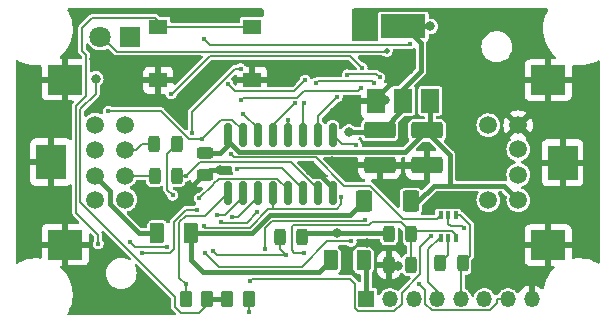
<source format=gbr>
G04 #@! TF.GenerationSoftware,KiCad,Pcbnew,(6.0.1-0)*
G04 #@! TF.CreationDate,2022-03-09T23:30:52+00:00*
G04 #@! TF.ProjectId,sharpkey,73686172-706b-4657-992e-6b696361645f,1.3*
G04 #@! TF.SameCoordinates,Original*
G04 #@! TF.FileFunction,Copper,L1,Top*
G04 #@! TF.FilePolarity,Positive*
%FSLAX46Y46*%
G04 Gerber Fmt 4.6, Leading zero omitted, Abs format (unit mm)*
G04 Created by KiCad (PCBNEW (6.0.1-0)) date 2022-03-09 23:30:52*
%MOMM*%
%LPD*%
G01*
G04 APERTURE LIST*
G04 Aperture macros list*
%AMRoundRect*
0 Rectangle with rounded corners*
0 $1 Rounding radius*
0 $2 $3 $4 $5 $6 $7 $8 $9 X,Y pos of 4 corners*
0 Add a 4 corners polygon primitive as box body*
4,1,4,$2,$3,$4,$5,$6,$7,$8,$9,$2,$3,0*
0 Add four circle primitives for the rounded corners*
1,1,$1+$1,$2,$3*
1,1,$1+$1,$4,$5*
1,1,$1+$1,$6,$7*
1,1,$1+$1,$8,$9*
0 Add four rect primitives between the rounded corners*
20,1,$1+$1,$2,$3,$4,$5,0*
20,1,$1+$1,$4,$5,$6,$7,0*
20,1,$1+$1,$6,$7,$8,$9,0*
20,1,$1+$1,$8,$9,$2,$3,0*%
G04 Aperture macros list end*
G04 #@! TA.AperFunction,ComponentPad*
%ADD10R,1.800000X1.800000*%
G04 #@! TD*
G04 #@! TA.AperFunction,ComponentPad*
%ADD11C,1.800000*%
G04 #@! TD*
G04 #@! TA.AperFunction,ComponentPad*
%ADD12C,1.500000*%
G04 #@! TD*
G04 #@! TA.AperFunction,ComponentPad*
%ADD13R,2.500000X3.000000*%
G04 #@! TD*
G04 #@! TA.AperFunction,ComponentPad*
%ADD14R,3.000000X2.500000*%
G04 #@! TD*
G04 #@! TA.AperFunction,ComponentPad*
%ADD15R,1.350000X1.350000*%
G04 #@! TD*
G04 #@! TA.AperFunction,ComponentPad*
%ADD16O,1.350000X1.350000*%
G04 #@! TD*
G04 #@! TA.AperFunction,SMDPad,CuDef*
%ADD17RoundRect,0.243750X-0.243750X-0.456250X0.243750X-0.456250X0.243750X0.456250X-0.243750X0.456250X0*%
G04 #@! TD*
G04 #@! TA.AperFunction,SMDPad,CuDef*
%ADD18RoundRect,0.150000X0.150000X-0.825000X0.150000X0.825000X-0.150000X0.825000X-0.150000X-0.825000X0*%
G04 #@! TD*
G04 #@! TA.AperFunction,SMDPad,CuDef*
%ADD19R,1.500000X2.000000*%
G04 #@! TD*
G04 #@! TA.AperFunction,SMDPad,CuDef*
%ADD20R,3.800000X2.000000*%
G04 #@! TD*
G04 #@! TA.AperFunction,SMDPad,CuDef*
%ADD21RoundRect,0.250001X-1.074999X0.462499X-1.074999X-0.462499X1.074999X-0.462499X1.074999X0.462499X0*%
G04 #@! TD*
G04 #@! TA.AperFunction,SMDPad,CuDef*
%ADD22R,1.550000X1.300000*%
G04 #@! TD*
G04 #@! TA.AperFunction,SMDPad,CuDef*
%ADD23RoundRect,0.249999X-0.450001X-0.650001X0.450001X-0.650001X0.450001X0.650001X-0.450001X0.650001X0*%
G04 #@! TD*
G04 #@! TA.AperFunction,SMDPad,CuDef*
%ADD24RoundRect,0.243750X-0.456250X0.243750X-0.456250X-0.243750X0.456250X-0.243750X0.456250X0.243750X0*%
G04 #@! TD*
G04 #@! TA.AperFunction,SMDPad,CuDef*
%ADD25RoundRect,0.250000X0.375000X0.625000X-0.375000X0.625000X-0.375000X-0.625000X0.375000X-0.625000X0*%
G04 #@! TD*
G04 #@! TA.AperFunction,SMDPad,CuDef*
%ADD26RoundRect,0.250000X-0.375000X-0.625000X0.375000X-0.625000X0.375000X0.625000X-0.375000X0.625000X0*%
G04 #@! TD*
G04 #@! TA.AperFunction,SMDPad,CuDef*
%ADD27RoundRect,0.243750X0.243750X0.456250X-0.243750X0.456250X-0.243750X-0.456250X0.243750X-0.456250X0*%
G04 #@! TD*
G04 #@! TA.AperFunction,SMDPad,CuDef*
%ADD28R,0.400000X0.650000*%
G04 #@! TD*
G04 #@! TA.AperFunction,SMDPad,CuDef*
%ADD29RoundRect,0.250000X-0.262500X-0.450000X0.262500X-0.450000X0.262500X0.450000X-0.262500X0.450000X0*%
G04 #@! TD*
G04 #@! TA.AperFunction,SMDPad,CuDef*
%ADD30RoundRect,0.250000X0.262500X0.450000X-0.262500X0.450000X-0.262500X-0.450000X0.262500X-0.450000X0*%
G04 #@! TD*
G04 #@! TA.AperFunction,ViaPad*
%ADD31C,0.800000*%
G04 #@! TD*
G04 #@! TA.AperFunction,ViaPad*
%ADD32C,0.400000*%
G04 #@! TD*
G04 #@! TA.AperFunction,ViaPad*
%ADD33C,0.500000*%
G04 #@! TD*
G04 #@! TA.AperFunction,Conductor*
%ADD34C,0.381000*%
G04 #@! TD*
G04 #@! TA.AperFunction,Conductor*
%ADD35C,0.152400*%
G04 #@! TD*
G04 APERTURE END LIST*
D10*
X59980000Y-82660000D03*
D11*
X57440000Y-82660000D03*
D12*
X92820000Y-92177000D03*
X92820000Y-94336000D03*
X92820000Y-90145000D03*
X92820000Y-96495000D03*
X90280000Y-90145000D03*
X90280000Y-96495000D03*
D13*
X96567800Y-93320000D03*
D14*
X95360000Y-100305000D03*
X95360000Y-86335000D03*
D15*
X79950000Y-104870000D03*
D16*
X81950000Y-104870000D03*
X83950000Y-104870000D03*
X85950000Y-104870000D03*
X87950000Y-104870000D03*
X89950000Y-104870000D03*
X91950000Y-104870000D03*
X93950000Y-104870000D03*
D17*
X62022500Y-94420000D03*
X63897500Y-94420000D03*
X62012500Y-91750000D03*
X63887500Y-91750000D03*
D18*
X68215000Y-95925000D03*
X69485000Y-95925000D03*
X70755000Y-95925000D03*
X72025000Y-95925000D03*
X73295000Y-95925000D03*
X74565000Y-95925000D03*
X75835000Y-95925000D03*
X77105000Y-95925000D03*
X77105000Y-90975000D03*
X75835000Y-90975000D03*
X74565000Y-90975000D03*
X73295000Y-90975000D03*
X72025000Y-90975000D03*
X70755000Y-90975000D03*
X69485000Y-90975000D03*
X68215000Y-90975000D03*
D19*
X80770000Y-88080000D03*
D20*
X83070000Y-81780000D03*
D19*
X83070000Y-88080000D03*
X85370000Y-88080000D03*
D21*
X81080000Y-90542500D03*
X81080000Y-93517500D03*
X85090000Y-90572500D03*
X85090000Y-93547500D03*
D22*
X62335000Y-86350000D03*
X70285000Y-86350000D03*
X62335000Y-81850000D03*
X70285000Y-81850000D03*
D23*
X79720000Y-96590000D03*
X83720000Y-96590000D03*
D24*
X66300000Y-92512500D03*
X66300000Y-94387500D03*
D25*
X65070000Y-99300000D03*
X62270000Y-99300000D03*
D26*
X76930000Y-101600000D03*
X79730000Y-101600000D03*
D27*
X83747500Y-101970000D03*
X81872500Y-101970000D03*
D28*
X87540000Y-97790000D03*
X86890000Y-97790000D03*
X86240000Y-97790000D03*
X86240000Y-99690000D03*
X86890000Y-99690000D03*
X87540000Y-99690000D03*
D17*
X86222500Y-101840000D03*
X88097500Y-101840000D03*
X81882500Y-99370000D03*
X83757500Y-99370000D03*
X72632500Y-99650000D03*
X74507500Y-99650000D03*
D29*
X64657500Y-104820000D03*
X66482500Y-104820000D03*
D12*
X57000000Y-94413000D03*
X57000000Y-92254000D03*
X57000000Y-96445000D03*
X59540000Y-94413000D03*
X57000000Y-90095000D03*
X59540000Y-96445000D03*
X59540000Y-92254000D03*
X59540000Y-90095000D03*
D14*
X54460000Y-86285000D03*
D13*
X53252200Y-93270000D03*
D14*
X54460000Y-100255000D03*
D30*
X70022500Y-104820000D03*
X68197500Y-104820000D03*
D31*
X83534178Y-85458592D03*
X75217243Y-94002757D03*
X77070000Y-93175500D03*
X67590000Y-93955700D03*
X64527207Y-96002793D03*
X78950000Y-89430000D03*
X73200000Y-85500000D03*
X77217614Y-88985700D03*
X82660500Y-102060000D03*
X56912300Y-84518567D03*
X80050000Y-100100000D03*
X86520000Y-96600000D03*
X81530000Y-88040000D03*
D32*
X75672100Y-86574400D03*
X80574071Y-86604071D03*
X81094071Y-86105700D03*
X78330000Y-85870000D03*
X68503454Y-92566545D03*
D31*
X85370000Y-81770000D03*
X78475700Y-90720000D03*
X77470000Y-99309511D03*
X57040000Y-86210000D03*
D32*
X79858629Y-98158089D03*
X71340000Y-100654300D03*
X70080000Y-103350000D03*
X85434500Y-99545700D03*
X74670000Y-100980000D03*
X84410700Y-103560700D03*
X79528100Y-86977300D03*
X69350000Y-88000000D03*
X83689000Y-83246800D03*
X66213200Y-82835400D03*
X66036900Y-91287100D03*
X58092800Y-88965600D03*
X70027600Y-105955800D03*
X63113600Y-100459000D03*
X59978100Y-100060200D03*
X77804500Y-96230000D03*
X66190000Y-98710000D03*
X64660000Y-94460000D03*
X67644300Y-98334300D03*
X70678629Y-97528629D03*
X73310000Y-89700000D03*
X78661800Y-99990000D03*
X66280000Y-100940000D03*
X79090000Y-91790000D03*
X64643000Y-103572900D03*
X69517700Y-89185600D03*
X73880000Y-88292800D03*
X74660000Y-88260000D03*
X68236200Y-86666100D03*
X74762100Y-86316900D03*
X77490000Y-87749300D03*
X69000000Y-93875700D03*
X65810000Y-96320000D03*
X68600000Y-97880000D03*
X65190000Y-90811400D03*
X69300000Y-85350000D03*
X67280000Y-97770000D03*
X88235429Y-98814571D03*
D33*
X81670000Y-83853700D03*
D32*
X66950000Y-100830000D03*
X60950979Y-100963721D03*
X57258500Y-100209600D03*
X73111700Y-101134472D03*
X65595700Y-97335700D03*
X79595000Y-85279500D03*
X63440000Y-87510000D03*
X63567100Y-96072000D03*
D34*
X66300000Y-94387500D02*
X66142500Y-94387500D01*
X81080000Y-93517500D02*
X81180000Y-93617500D01*
X83141408Y-85458592D02*
X80770000Y-87830000D01*
X85000000Y-93617500D02*
X85020000Y-93637500D01*
X66731800Y-93955700D02*
X66300000Y-94387500D01*
X67590000Y-93955700D02*
X66731800Y-93955700D01*
X75217243Y-94002757D02*
X75651460Y-94002757D01*
X77105000Y-95456297D02*
X77105000Y-95925000D01*
X66142500Y-94387500D02*
X64540000Y-95990000D01*
X83534178Y-85458592D02*
X83141408Y-85458592D01*
X80770000Y-87830000D02*
X80770000Y-88080000D01*
X81180000Y-93617500D02*
X85000000Y-93617500D01*
X75651460Y-94002757D02*
X77105000Y-95456297D01*
X91606500Y-95281500D02*
X87028500Y-95281500D01*
X78860000Y-92400000D02*
X83264900Y-92400000D01*
X83264900Y-92400000D02*
X85002400Y-90662500D01*
X67537500Y-92512500D02*
X68215000Y-91835000D01*
X85370000Y-90292500D02*
X85370000Y-88080000D01*
X68215000Y-90975000D02*
X68215000Y-91443703D01*
X69156786Y-92385489D02*
X78845489Y-92385489D01*
X85648500Y-95281500D02*
X84340000Y-96590000D01*
X66300000Y-92512500D02*
X67537500Y-92512500D01*
X68215000Y-91835000D02*
X68215000Y-90975000D01*
X78845489Y-92385489D02*
X78860000Y-92400000D01*
X87028500Y-95281500D02*
X85648500Y-95281500D01*
X87028500Y-92671000D02*
X87028500Y-95281500D01*
X92820000Y-96495000D02*
X91606500Y-95281500D01*
X85002400Y-90662500D02*
X85020000Y-90662500D01*
X84340000Y-96590000D02*
X83720000Y-96590000D01*
X68215000Y-91443703D02*
X69156786Y-92385489D01*
X85020000Y-90662500D02*
X87028500Y-92671000D01*
X85090000Y-90572500D02*
X85370000Y-90292500D01*
X58270100Y-95683100D02*
X58270100Y-96833600D01*
X57000000Y-94413000D02*
X58270100Y-95683100D01*
X58270100Y-96833600D02*
X60736500Y-99300000D01*
X60736500Y-99300000D02*
X62270000Y-99300000D01*
D35*
X75823250Y-86423250D02*
X75672100Y-86574400D01*
X80574071Y-86604071D02*
X80393250Y-86423250D01*
X80393250Y-86423250D02*
X75823250Y-86423250D01*
X78400000Y-85800000D02*
X78330000Y-85870000D01*
X80788371Y-85800000D02*
X78400000Y-85800000D01*
X81094071Y-86105700D02*
X80788371Y-85800000D01*
X80243480Y-95270000D02*
X83073480Y-98100000D01*
X83073480Y-98100000D02*
X85930000Y-98100000D01*
X85930000Y-98100000D02*
X86240000Y-97790000D01*
X78070000Y-95270000D02*
X80243480Y-95270000D01*
X68503454Y-92566545D02*
X68788618Y-92851709D01*
X75651709Y-92851709D02*
X78070000Y-95270000D01*
X68788618Y-92851709D02*
X75651709Y-92851709D01*
X62015500Y-94413000D02*
X62022500Y-94420000D01*
X59540000Y-94413000D02*
X62015500Y-94413000D01*
X60456000Y-92254000D02*
X60960000Y-91750000D01*
X60960000Y-91750000D02*
X62012500Y-91750000D01*
X59540000Y-92254000D02*
X60456000Y-92254000D01*
D34*
X76930000Y-101600000D02*
X75940000Y-102590000D01*
X70239334Y-99300000D02*
X65070000Y-99300000D01*
X66110000Y-102590000D02*
X65070000Y-101550000D01*
X75940000Y-102590000D02*
X66110000Y-102590000D01*
X71772534Y-97766800D02*
X70239334Y-99300000D01*
X71772534Y-97766800D02*
X78543200Y-97766800D01*
X78543200Y-97766800D02*
X79720000Y-96590000D01*
X65070000Y-101550000D02*
X65070000Y-99300000D01*
X81822500Y-99310000D02*
X81882500Y-99370000D01*
D35*
X64270000Y-106030000D02*
X65820000Y-106030000D01*
D34*
X77470000Y-99309511D02*
X77470489Y-99310000D01*
D35*
X63750000Y-105510000D02*
X64270000Y-106030000D01*
X55732420Y-88797580D02*
X55732420Y-96642420D01*
X57040000Y-86210000D02*
X57040000Y-87490000D01*
D34*
X77470489Y-99310000D02*
X80122755Y-99310000D01*
X85370000Y-81770000D02*
X83080000Y-81770000D01*
X80902500Y-90720000D02*
X81080000Y-90542500D01*
X84580000Y-85530000D02*
X84580000Y-83190000D01*
X83070000Y-87040000D02*
X84580000Y-85530000D01*
D35*
X63750000Y-104660000D02*
X63750000Y-105510000D01*
D34*
X80122755Y-99310000D02*
X80132766Y-99299989D01*
X74848000Y-99309500D02*
X74507500Y-99650000D01*
X68197500Y-104820000D02*
X66482500Y-104820000D01*
X80132766Y-99299989D02*
X80787234Y-99299989D01*
X80797245Y-99310000D02*
X81822500Y-99310000D01*
X77469989Y-99309500D02*
X74848000Y-99309500D01*
X84580000Y-83190000D02*
X83170000Y-81780000D01*
D35*
X66482500Y-105367500D02*
X66482500Y-104820000D01*
D34*
X77470000Y-99309511D02*
X77469989Y-99309500D01*
X78475700Y-90720000D02*
X80902500Y-90720000D01*
X81337500Y-90542500D02*
X83070000Y-88810000D01*
D35*
X57040000Y-87490000D02*
X55732420Y-88797580D01*
X55732420Y-96642420D02*
X63750000Y-104660000D01*
D34*
X80787234Y-99299989D02*
X80797245Y-99310000D01*
X83170000Y-81780000D02*
X83070000Y-81780000D01*
D35*
X65820000Y-106030000D02*
X66482500Y-105367500D01*
D34*
X83070000Y-88080000D02*
X83070000Y-87040000D01*
X83080000Y-81770000D02*
X83070000Y-81780000D01*
X81080000Y-90542500D02*
X81337500Y-90542500D01*
X83070000Y-88810000D02*
X83070000Y-88080000D01*
D35*
X79783699Y-98233019D02*
X71965649Y-98233019D01*
X79858629Y-98158089D02*
X79783699Y-98233019D01*
X71340000Y-98858668D02*
X71340000Y-100654300D01*
X71965649Y-98233019D02*
X71340000Y-98858668D01*
X84530700Y-102736800D02*
X82950000Y-104317500D01*
X70269700Y-103160300D02*
X70080000Y-103350000D01*
X82950000Y-105254000D02*
X82332500Y-105871500D01*
X82950000Y-104317500D02*
X82950000Y-105254000D01*
X84530700Y-100449500D02*
X84530700Y-102736800D01*
X82332500Y-105871500D02*
X79210400Y-105871500D01*
X85434500Y-99545700D02*
X84530700Y-100449500D01*
X78998500Y-103591200D02*
X78567600Y-103160300D01*
X79210400Y-105871500D02*
X78998500Y-105659600D01*
X78998500Y-105659600D02*
X78998500Y-103591200D01*
X78567600Y-103160300D02*
X70269700Y-103160300D01*
X83747500Y-101970000D02*
X83747500Y-99380000D01*
X87540000Y-99410000D02*
X87540000Y-99690000D01*
X80440000Y-98380000D02*
X80186211Y-98633789D01*
X83747500Y-99380000D02*
X83757500Y-99370000D01*
X84057500Y-99070000D02*
X87200000Y-99070000D01*
X87200000Y-99070000D02*
X87540000Y-99410000D01*
X73740510Y-98633789D02*
X73640000Y-98734299D01*
X82850000Y-98380000D02*
X80440000Y-98380000D01*
X73870000Y-100980000D02*
X74670000Y-100980000D01*
X83757500Y-99370000D02*
X84057500Y-99070000D01*
X73640000Y-98734299D02*
X73640000Y-100750000D01*
X80186211Y-98633789D02*
X73740510Y-98633789D01*
X83757500Y-99287500D02*
X82850000Y-98380000D01*
X83757500Y-99370000D02*
X83757500Y-99287500D01*
X73640000Y-100750000D02*
X73870000Y-100980000D01*
X79231800Y-87273600D02*
X74651400Y-87273600D01*
X74107900Y-87817100D02*
X69532900Y-87817100D01*
X90403900Y-105821500D02*
X90998500Y-105226900D01*
X84950000Y-105283600D02*
X85487900Y-105821500D01*
X90998500Y-105226900D02*
X90998500Y-104870000D01*
X84950000Y-104100000D02*
X84950000Y-105283600D01*
X69532900Y-87817100D02*
X69350000Y-88000000D01*
X74651400Y-87273600D02*
X74107900Y-87817100D01*
X79528100Y-86977300D02*
X79231800Y-87273600D01*
X84410700Y-103560700D02*
X84950000Y-104100000D01*
X85487900Y-105821500D02*
X90403900Y-105821500D01*
X91950000Y-104870000D02*
X90998500Y-104870000D01*
X83607800Y-83328000D02*
X83689000Y-83246800D01*
X66705800Y-83328000D02*
X83607800Y-83328000D01*
X66213200Y-82835400D02*
X66705800Y-83328000D01*
X70022500Y-104820000D02*
X70027600Y-104825100D01*
X69485000Y-90593300D02*
X68597300Y-89705600D01*
X66036900Y-91287100D02*
X64917100Y-91287100D01*
X68597300Y-89705600D02*
X67618400Y-89705600D01*
X62595600Y-88965600D02*
X58092800Y-88965600D01*
X64917100Y-91287100D02*
X62595600Y-88965600D01*
X70027600Y-104825100D02*
X70027600Y-105955800D01*
X69485000Y-90975000D02*
X69485000Y-90593300D01*
X67618400Y-89705600D02*
X66036900Y-91287100D01*
X70070000Y-98810000D02*
X71662400Y-97217600D01*
X77804500Y-96846400D02*
X77433300Y-97217600D01*
X72025000Y-97217600D02*
X72025000Y-95925000D01*
X63113600Y-100459000D02*
X60376900Y-100459000D01*
X66190000Y-98710000D02*
X66290000Y-98810000D01*
X77433300Y-97217600D02*
X72025000Y-97217600D01*
X77804500Y-96230000D02*
X77804500Y-96846400D01*
X60376900Y-100459000D02*
X59978100Y-100060200D01*
X71662400Y-97217600D02*
X72025000Y-97217600D01*
X66290000Y-98810000D02*
X70070000Y-98810000D01*
X65840000Y-93280000D02*
X73538900Y-93280000D01*
X64660000Y-94460000D02*
X65840000Y-93280000D01*
X75835000Y-95576100D02*
X75835000Y-95925000D01*
X73538900Y-93280000D02*
X75835000Y-95576100D01*
X64620000Y-94420000D02*
X63897500Y-94420000D01*
X64660000Y-94460000D02*
X64620000Y-94420000D01*
X73310000Y-89700000D02*
X73295000Y-89715000D01*
X69817258Y-98390000D02*
X70678629Y-97528629D01*
X67700000Y-98390000D02*
X69817258Y-98390000D01*
X73295000Y-89715000D02*
X73295000Y-90975000D01*
X67644300Y-98334300D02*
X67700000Y-98390000D01*
X77905500Y-91775500D02*
X77105000Y-90975000D01*
X79075500Y-91775500D02*
X77905500Y-91775500D01*
X74506220Y-102123780D02*
X67463780Y-102123780D01*
X76644789Y-99985211D02*
X74506220Y-102123780D01*
X79090000Y-91790000D02*
X79075500Y-91775500D01*
X78661800Y-99990000D02*
X78657011Y-99985211D01*
X78657011Y-99985211D02*
X76644789Y-99985211D01*
X67463780Y-102123780D02*
X66280000Y-100940000D01*
X64657500Y-104820000D02*
X64643000Y-104805500D01*
X64643000Y-103572900D02*
X64120000Y-103049900D01*
X64647690Y-97840000D02*
X66300000Y-97840000D01*
X64120000Y-98367690D02*
X64647690Y-97840000D01*
X66300000Y-97840000D02*
X68215000Y-95925000D01*
X64120000Y-103049900D02*
X64120000Y-98367690D01*
X64643000Y-104805500D02*
X64643000Y-103572900D01*
X70755000Y-90422900D02*
X69517700Y-89185600D01*
X70755000Y-90975000D02*
X70755000Y-90422900D01*
X72025000Y-90147800D02*
X72025000Y-90975000D01*
X73880000Y-88292800D02*
X72025000Y-90147800D01*
X74660000Y-88260000D02*
X74565000Y-88355000D01*
X74762100Y-86316900D02*
X73802400Y-87276600D01*
X74565000Y-88355000D02*
X74565000Y-90975000D01*
X68846700Y-87276600D02*
X68236200Y-86666100D01*
X73802400Y-87276600D02*
X68846700Y-87276600D01*
X77490000Y-87749300D02*
X75835000Y-89404300D01*
X75835000Y-89404300D02*
X75835000Y-90975000D01*
X69000000Y-93875700D02*
X69123780Y-93751920D01*
X72779520Y-93751920D02*
X74565000Y-95537400D01*
X69123780Y-93751920D02*
X72779520Y-93751920D01*
X74565000Y-95537400D02*
X74565000Y-95925000D01*
X65810000Y-96320000D02*
X66961500Y-95168500D01*
X66961500Y-95163200D02*
X67454200Y-94670500D01*
X72381900Y-94670500D02*
X73295000Y-95583600D01*
X67454200Y-94670500D02*
X72381900Y-94670500D01*
X73295000Y-95583600D02*
X73295000Y-95925000D01*
X66961500Y-95168500D02*
X66961500Y-95163200D01*
X65190000Y-90811400D02*
X65190000Y-89010800D01*
X69107058Y-97880000D02*
X70755000Y-96232058D01*
X70755000Y-96232058D02*
X70755000Y-95925000D01*
X68600000Y-97880000D02*
X69107058Y-97880000D01*
X65190000Y-89010800D02*
X68850800Y-85350000D01*
X68850800Y-85350000D02*
X69300000Y-85350000D01*
X67953200Y-97770000D02*
X69485000Y-96238200D01*
X69485000Y-96238200D02*
X69485000Y-95925000D01*
X67280000Y-97770000D02*
X67953200Y-97770000D01*
D34*
X79730000Y-101600000D02*
X79950000Y-101820000D01*
X79950000Y-101820000D02*
X79950000Y-104870000D01*
D35*
X87540000Y-97790000D02*
X87920000Y-97790000D01*
X87920000Y-97790000D02*
X88760000Y-98630000D01*
X88760000Y-101177500D02*
X88097500Y-101840000D01*
X88760000Y-98630000D02*
X88760000Y-101177500D01*
X88097500Y-101840000D02*
X87950000Y-101987500D01*
X87950000Y-101987500D02*
X87950000Y-104870000D01*
X85870000Y-104140000D02*
X85950000Y-104220000D01*
X86240000Y-99690000D02*
X86160000Y-99690000D01*
X85870000Y-104076400D02*
X85870000Y-104140000D01*
X85190000Y-100660000D02*
X85190000Y-103396400D01*
X85190000Y-103396400D02*
X85870000Y-104076400D01*
X85950000Y-104220000D02*
X85950000Y-104870000D01*
X86160000Y-99690000D02*
X85190000Y-100660000D01*
X86890000Y-98500000D02*
X86890000Y-97790000D01*
X88235429Y-98814571D02*
X88121569Y-98700711D01*
X87090711Y-98700711D02*
X86890000Y-98500000D01*
X88121569Y-98700711D02*
X87090711Y-98700711D01*
X86222500Y-101840000D02*
X86890000Y-101172500D01*
X86890000Y-101172500D02*
X86890000Y-99690000D01*
X57580000Y-82660000D02*
X57440000Y-82660000D01*
X81613700Y-83910000D02*
X58830000Y-83910000D01*
X58830000Y-83910000D02*
X57580000Y-82660000D01*
X81670000Y-83853700D02*
X81613700Y-83910000D01*
X63626000Y-98364000D02*
X63626000Y-100654000D01*
X62335000Y-81850000D02*
X62860800Y-81850000D01*
X55380500Y-88508400D02*
X55380500Y-97563100D01*
X73111700Y-101134472D02*
X73096172Y-101150000D01*
X56236600Y-84189400D02*
X56236600Y-87652300D01*
X55867900Y-81954300D02*
X55867900Y-83820700D01*
X63316279Y-100963721D02*
X60950979Y-100963721D01*
X56751900Y-81070300D02*
X55867900Y-81954300D01*
X56236600Y-87652300D02*
X55380500Y-88508400D01*
X55867900Y-83820700D02*
X56236600Y-84189400D01*
X64654300Y-97335700D02*
X63626000Y-98364000D01*
X65595700Y-97335700D02*
X64654300Y-97335700D01*
X73111700Y-101134472D02*
X72632500Y-100655272D01*
X63626000Y-100654000D02*
X63316279Y-100963721D01*
X62860800Y-81850000D02*
X70285000Y-81850000D01*
X73096172Y-101150000D02*
X67270000Y-101150000D01*
X62860800Y-81850000D02*
X62081100Y-81070300D01*
X55380500Y-97563100D02*
X57258500Y-99441100D01*
X62081100Y-81070300D02*
X56751900Y-81070300D01*
X67270000Y-101150000D02*
X66950000Y-100830000D01*
X72632500Y-100655272D02*
X72632500Y-99574300D01*
X57258500Y-99441100D02*
X57258500Y-100209600D01*
X66738180Y-84261920D02*
X78577420Y-84261920D01*
X63440000Y-87510000D02*
X63490100Y-87510000D01*
X78577420Y-84261920D02*
X79595000Y-85279500D01*
X63490100Y-87510000D02*
X66738180Y-84261920D01*
X63567100Y-96072000D02*
X63094700Y-95599600D01*
X63094700Y-92542800D02*
X63887500Y-91750000D01*
X63094700Y-95599600D02*
X63094700Y-92542800D01*
G04 #@! TA.AperFunction,Conductor*
G36*
X71188121Y-80274002D02*
G01*
X71234614Y-80327658D01*
X71246000Y-80380000D01*
X71246000Y-80823980D01*
X71225998Y-80892101D01*
X71172342Y-80938594D01*
X71095420Y-80947559D01*
X71091138Y-80946707D01*
X71091132Y-80946706D01*
X71085067Y-80945500D01*
X70285130Y-80945500D01*
X69484934Y-80945501D01*
X69449182Y-80952612D01*
X69422874Y-80957844D01*
X69422872Y-80957845D01*
X69410699Y-80960266D01*
X69400379Y-80967161D01*
X69400378Y-80967162D01*
X69367165Y-80989355D01*
X69326516Y-81016516D01*
X69270266Y-81100699D01*
X69255500Y-81174933D01*
X69255500Y-81393300D01*
X69235498Y-81461421D01*
X69181842Y-81507914D01*
X69129500Y-81519300D01*
X63490499Y-81519300D01*
X63422378Y-81499298D01*
X63375885Y-81445642D01*
X63364499Y-81393300D01*
X63364499Y-81174934D01*
X63349734Y-81100699D01*
X63293484Y-81016516D01*
X63209301Y-80960266D01*
X63135067Y-80945500D01*
X62476170Y-80945500D01*
X62408049Y-80925498D01*
X62387075Y-80908595D01*
X62329048Y-80850568D01*
X62321622Y-80842464D01*
X62304036Y-80821506D01*
X62304033Y-80821504D01*
X62296949Y-80813061D01*
X62263725Y-80793878D01*
X62254455Y-80787973D01*
X62232050Y-80772285D01*
X62232047Y-80772284D01*
X62223016Y-80765960D01*
X62212367Y-80763106D01*
X62208989Y-80761531D01*
X62205496Y-80760260D01*
X62195951Y-80754749D01*
X62185098Y-80752835D01*
X62185097Y-80752835D01*
X62174000Y-80750878D01*
X62158153Y-80748084D01*
X62147439Y-80745709D01*
X62110367Y-80735776D01*
X62099392Y-80736736D01*
X62099391Y-80736736D01*
X62072132Y-80739121D01*
X62061151Y-80739600D01*
X56771849Y-80739600D01*
X56760868Y-80739121D01*
X56733609Y-80736736D01*
X56733608Y-80736736D01*
X56722633Y-80735776D01*
X56685561Y-80745709D01*
X56674847Y-80748084D01*
X56659000Y-80750878D01*
X56647903Y-80752835D01*
X56647902Y-80752835D01*
X56637049Y-80754749D01*
X56627504Y-80760260D01*
X56624011Y-80761531D01*
X56620633Y-80763106D01*
X56609984Y-80765960D01*
X56600953Y-80772284D01*
X56600950Y-80772285D01*
X56578545Y-80787973D01*
X56569275Y-80793878D01*
X56536051Y-80813061D01*
X56528967Y-80821504D01*
X56528964Y-80821506D01*
X56511378Y-80842464D01*
X56503952Y-80850568D01*
X55648168Y-81706352D01*
X55640064Y-81713778D01*
X55619106Y-81731364D01*
X55619104Y-81731367D01*
X55610661Y-81738451D01*
X55594818Y-81765892D01*
X55591478Y-81771676D01*
X55585573Y-81780945D01*
X55569885Y-81803350D01*
X55569884Y-81803353D01*
X55563560Y-81812384D01*
X55560706Y-81823033D01*
X55559131Y-81826411D01*
X55557860Y-81829904D01*
X55552349Y-81839449D01*
X55550435Y-81850302D01*
X55550435Y-81850303D01*
X55545685Y-81877243D01*
X55543309Y-81887961D01*
X55533376Y-81925033D01*
X55534336Y-81936008D01*
X55534336Y-81936009D01*
X55536721Y-81963268D01*
X55537200Y-81974249D01*
X55537200Y-83800751D01*
X55536721Y-83811732D01*
X55533376Y-83849967D01*
X55543309Y-83887039D01*
X55545684Y-83897753D01*
X55552349Y-83935551D01*
X55557860Y-83945096D01*
X55559131Y-83948589D01*
X55560706Y-83951967D01*
X55563560Y-83962616D01*
X55569884Y-83971647D01*
X55569885Y-83971650D01*
X55585573Y-83994055D01*
X55591478Y-84003324D01*
X55610661Y-84036549D01*
X55619102Y-84043632D01*
X55619103Y-84043633D01*
X55640059Y-84061217D01*
X55648163Y-84068643D01*
X55868996Y-84289477D01*
X55903021Y-84351789D01*
X55905900Y-84378572D01*
X55905900Y-84401000D01*
X55885898Y-84469121D01*
X55832242Y-84515614D01*
X55779900Y-84527000D01*
X54732115Y-84527000D01*
X54716876Y-84531475D01*
X54715671Y-84532865D01*
X54714000Y-84540548D01*
X54714000Y-88024884D01*
X54718475Y-88040123D01*
X54719865Y-88041328D01*
X54727548Y-88042999D01*
X55074031Y-88042999D01*
X55142152Y-88063001D01*
X55188645Y-88116657D01*
X55198749Y-88186931D01*
X55169255Y-88251511D01*
X55163126Y-88258094D01*
X55160768Y-88260452D01*
X55152664Y-88267878D01*
X55131706Y-88285464D01*
X55131704Y-88285467D01*
X55123261Y-88292551D01*
X55105904Y-88322614D01*
X55104078Y-88325776D01*
X55098173Y-88335045D01*
X55082485Y-88357450D01*
X55082484Y-88357453D01*
X55076160Y-88366484D01*
X55073306Y-88377133D01*
X55071731Y-88380511D01*
X55070460Y-88384004D01*
X55064949Y-88393549D01*
X55060037Y-88421409D01*
X55058285Y-88431343D01*
X55055909Y-88442061D01*
X55045976Y-88479133D01*
X55046936Y-88490108D01*
X55046936Y-88490109D01*
X55049321Y-88517368D01*
X55049800Y-88528349D01*
X55049800Y-91293627D01*
X55029798Y-91361748D01*
X54976142Y-91408241D01*
X54905868Y-91418345D01*
X54848235Y-91394454D01*
X54755844Y-91325211D01*
X54740254Y-91316676D01*
X54619806Y-91271522D01*
X54604551Y-91267895D01*
X54553686Y-91262369D01*
X54546872Y-91262000D01*
X53524315Y-91262000D01*
X53509076Y-91266475D01*
X53507871Y-91267865D01*
X53506200Y-91275548D01*
X53506200Y-95259884D01*
X53510675Y-95275123D01*
X53512065Y-95276328D01*
X53519748Y-95277999D01*
X54546869Y-95277999D01*
X54553690Y-95277629D01*
X54604552Y-95272105D01*
X54619804Y-95268479D01*
X54740254Y-95223324D01*
X54755844Y-95214789D01*
X54848235Y-95145546D01*
X54914742Y-95120699D01*
X54984124Y-95135752D01*
X55034354Y-95185927D01*
X55049800Y-95246373D01*
X55049800Y-97543151D01*
X55049321Y-97554132D01*
X55045976Y-97592367D01*
X55055909Y-97629439D01*
X55058284Y-97640153D01*
X55064949Y-97677951D01*
X55070460Y-97687496D01*
X55071731Y-97690989D01*
X55073306Y-97694367D01*
X55076160Y-97705016D01*
X55082484Y-97714047D01*
X55082485Y-97714050D01*
X55098173Y-97736455D01*
X55104078Y-97745724D01*
X55123261Y-97778949D01*
X55131704Y-97786033D01*
X55131706Y-97786036D01*
X55152664Y-97803622D01*
X55160768Y-97811048D01*
X55631625Y-98281905D01*
X55665651Y-98344217D01*
X55660586Y-98415032D01*
X55618039Y-98471868D01*
X55551519Y-98496679D01*
X55542530Y-98497000D01*
X54732115Y-98497000D01*
X54716876Y-98501475D01*
X54715671Y-98502865D01*
X54714000Y-98510548D01*
X54714000Y-99982885D01*
X54718475Y-99998124D01*
X54719865Y-99999329D01*
X54727548Y-100001000D01*
X56449884Y-100001000D01*
X56465123Y-99996525D01*
X56466328Y-99995135D01*
X56467999Y-99987452D01*
X56467999Y-99422469D01*
X56488001Y-99354348D01*
X56541657Y-99307855D01*
X56611931Y-99297751D01*
X56676511Y-99327245D01*
X56683094Y-99333374D01*
X56890895Y-99541175D01*
X56924921Y-99603487D01*
X56927800Y-99630270D01*
X56927800Y-99849726D01*
X56907798Y-99917847D01*
X56896242Y-99933133D01*
X56874719Y-99957503D01*
X56819390Y-100075351D01*
X56818009Y-100084220D01*
X56801824Y-100188168D01*
X56799360Y-100203990D01*
X56800524Y-100212892D01*
X56800524Y-100212895D01*
X56815077Y-100324182D01*
X56816241Y-100333081D01*
X56868674Y-100452245D01*
X56952446Y-100551903D01*
X56959914Y-100556874D01*
X56959915Y-100556875D01*
X57053350Y-100619072D01*
X57053353Y-100619073D01*
X57060820Y-100624044D01*
X57069387Y-100626720D01*
X57069388Y-100626721D01*
X57090671Y-100633370D01*
X57185087Y-100662867D01*
X57194060Y-100663031D01*
X57194063Y-100663032D01*
X57251290Y-100664081D01*
X57315255Y-100665253D01*
X57367417Y-100651032D01*
X57432201Y-100633370D01*
X57432203Y-100633369D01*
X57440860Y-100631009D01*
X57530767Y-100575806D01*
X57544158Y-100567584D01*
X57544159Y-100567584D01*
X57551806Y-100562888D01*
X57562626Y-100550934D01*
X57633144Y-100473027D01*
X57633145Y-100473026D01*
X57639172Y-100466367D01*
X57644676Y-100455008D01*
X57692022Y-100357285D01*
X57692022Y-100357284D01*
X57695937Y-100349204D01*
X57717537Y-100220819D01*
X57717674Y-100209600D01*
X57699218Y-100080725D01*
X57645332Y-99962210D01*
X57639478Y-99955416D01*
X57639476Y-99955413D01*
X57619747Y-99932517D01*
X57590433Y-99867854D01*
X57589200Y-99850269D01*
X57589200Y-99461049D01*
X57589679Y-99450068D01*
X57592064Y-99422809D01*
X57592064Y-99422808D01*
X57593024Y-99411833D01*
X57583091Y-99374761D01*
X57580715Y-99364043D01*
X57575965Y-99337103D01*
X57575965Y-99337102D01*
X57574051Y-99326249D01*
X57568540Y-99316704D01*
X57567269Y-99313211D01*
X57565693Y-99309832D01*
X57562840Y-99299184D01*
X57556518Y-99290155D01*
X57556517Y-99290153D01*
X57551185Y-99282539D01*
X57528497Y-99215265D01*
X57545782Y-99146405D01*
X57597552Y-99097820D01*
X57667370Y-99084937D01*
X57733069Y-99111846D01*
X57743493Y-99121173D01*
X59974410Y-101352090D01*
X60008436Y-101414402D01*
X60003371Y-101485217D01*
X59960824Y-101542053D01*
X59894304Y-101566864D01*
X59832065Y-101555380D01*
X59652852Y-101471811D01*
X59652850Y-101471810D01*
X59647870Y-101469488D01*
X59642562Y-101468066D01*
X59642560Y-101468065D01*
X59432704Y-101411835D01*
X59432703Y-101411835D01*
X59427389Y-101410411D01*
X59328028Y-101401718D01*
X59259680Y-101395738D01*
X59259673Y-101395738D01*
X59256956Y-101395500D01*
X59143044Y-101395500D01*
X59140327Y-101395738D01*
X59140320Y-101395738D01*
X59071972Y-101401718D01*
X58972611Y-101410411D01*
X58967297Y-101411835D01*
X58967296Y-101411835D01*
X58757440Y-101468065D01*
X58757438Y-101468066D01*
X58752130Y-101469488D01*
X58747150Y-101471810D01*
X58747148Y-101471811D01*
X58550246Y-101563628D01*
X58550241Y-101563631D01*
X58545259Y-101565954D01*
X58479413Y-101612060D01*
X58369879Y-101688757D01*
X58358281Y-101696878D01*
X58196878Y-101858281D01*
X58193721Y-101862790D01*
X58193719Y-101862792D01*
X58160491Y-101910247D01*
X58065954Y-102045258D01*
X58063631Y-102050240D01*
X58063628Y-102050245D01*
X57979870Y-102229865D01*
X57969488Y-102252130D01*
X57968066Y-102257438D01*
X57968065Y-102257440D01*
X57918817Y-102441239D01*
X57910411Y-102472611D01*
X57890517Y-102700000D01*
X57910411Y-102927389D01*
X57911835Y-102932703D01*
X57911835Y-102932704D01*
X57962434Y-103121542D01*
X57969488Y-103147870D01*
X57971810Y-103152850D01*
X57971811Y-103152852D01*
X58063628Y-103349754D01*
X58063629Y-103349755D01*
X58065954Y-103354741D01*
X58139257Y-103459428D01*
X58181361Y-103519558D01*
X58196878Y-103541719D01*
X58358281Y-103703122D01*
X58362789Y-103706279D01*
X58362792Y-103706281D01*
X58402522Y-103734100D01*
X58545259Y-103834046D01*
X58550241Y-103836369D01*
X58550246Y-103836372D01*
X58735868Y-103922929D01*
X58752130Y-103930512D01*
X58757438Y-103931934D01*
X58757440Y-103931935D01*
X58967020Y-103988091D01*
X58972611Y-103989589D01*
X59071972Y-103998282D01*
X59140320Y-104004262D01*
X59140327Y-104004262D01*
X59143044Y-104004500D01*
X59256956Y-104004500D01*
X59259673Y-104004262D01*
X59259680Y-104004262D01*
X59328028Y-103998282D01*
X59427389Y-103989589D01*
X59432980Y-103988091D01*
X59642560Y-103931935D01*
X59642562Y-103931934D01*
X59647870Y-103930512D01*
X59664132Y-103922929D01*
X59849754Y-103836372D01*
X59849759Y-103836369D01*
X59854741Y-103834046D01*
X59997478Y-103734100D01*
X60037208Y-103706281D01*
X60037211Y-103706279D01*
X60041719Y-103703122D01*
X60203122Y-103541719D01*
X60218640Y-103519558D01*
X60293013Y-103413342D01*
X60334046Y-103354742D01*
X60336369Y-103349760D01*
X60336372Y-103349755D01*
X60428189Y-103152852D01*
X60428190Y-103152851D01*
X60430512Y-103147870D01*
X60437567Y-103121542D01*
X60488165Y-102932704D01*
X60488165Y-102932703D01*
X60489589Y-102927389D01*
X60509483Y-102700000D01*
X60489589Y-102472611D01*
X60481183Y-102441239D01*
X60431935Y-102257440D01*
X60431934Y-102257438D01*
X60430512Y-102252130D01*
X60419482Y-102228475D01*
X60344620Y-102067935D01*
X60333959Y-101997744D01*
X60362939Y-101932931D01*
X60422358Y-101894074D01*
X60493353Y-101893511D01*
X60547910Y-101925590D01*
X63382395Y-104760075D01*
X63416421Y-104822387D01*
X63419300Y-104849170D01*
X63419300Y-105490051D01*
X63418821Y-105501032D01*
X63416611Y-105526298D01*
X63415476Y-105539267D01*
X63425409Y-105576339D01*
X63427784Y-105587053D01*
X63434449Y-105624851D01*
X63439960Y-105634396D01*
X63441231Y-105637889D01*
X63442806Y-105641267D01*
X63445660Y-105651916D01*
X63451984Y-105660947D01*
X63451985Y-105660950D01*
X63467673Y-105683355D01*
X63473578Y-105692624D01*
X63492761Y-105725849D01*
X63501204Y-105732933D01*
X63501206Y-105732936D01*
X63522164Y-105750522D01*
X63530268Y-105757948D01*
X63803225Y-106030905D01*
X63837251Y-106093217D01*
X63832186Y-106164032D01*
X63789639Y-106220868D01*
X63723119Y-106245679D01*
X63714130Y-106246000D01*
X54769806Y-106246000D01*
X54701685Y-106225998D01*
X54655192Y-106172342D01*
X54645088Y-106102068D01*
X54660123Y-106057988D01*
X54763832Y-105874554D01*
X54763840Y-105874538D01*
X54765517Y-105871572D01*
X54807275Y-105774500D01*
X54896251Y-105567662D01*
X54896254Y-105567653D01*
X54897599Y-105564527D01*
X54907655Y-105531775D01*
X54994706Y-105248266D01*
X54994708Y-105248257D01*
X54995708Y-105245001D01*
X55058696Y-104916741D01*
X55085823Y-104583595D01*
X55080712Y-104394924D01*
X55076865Y-104252885D01*
X55076864Y-104252876D01*
X55076772Y-104249469D01*
X55073854Y-104228050D01*
X55032109Y-103921662D01*
X55032108Y-103921658D01*
X55031648Y-103918280D01*
X54950981Y-103593911D01*
X54863115Y-103354742D01*
X54836895Y-103283372D01*
X54836894Y-103283369D01*
X54835717Y-103280166D01*
X54823833Y-103256203D01*
X54758943Y-103125366D01*
X54687206Y-102980722D01*
X54507191Y-102699090D01*
X54505052Y-102696429D01*
X54505047Y-102696422D01*
X54299925Y-102441239D01*
X54299923Y-102441237D01*
X54297781Y-102438572D01*
X54087304Y-102228095D01*
X54053278Y-102165783D01*
X54058343Y-102094968D01*
X54100890Y-102038132D01*
X54167410Y-102013321D01*
X54176399Y-102013000D01*
X54187885Y-102013000D01*
X54203124Y-102008525D01*
X54204329Y-102007135D01*
X54206000Y-101999452D01*
X54206000Y-101994884D01*
X54714000Y-101994884D01*
X54718475Y-102010123D01*
X54719865Y-102011328D01*
X54727548Y-102012999D01*
X56004669Y-102012999D01*
X56011490Y-102012629D01*
X56062352Y-102007105D01*
X56077604Y-102003479D01*
X56198054Y-101958324D01*
X56213649Y-101949786D01*
X56315724Y-101873285D01*
X56328285Y-101860724D01*
X56404786Y-101758649D01*
X56413324Y-101743054D01*
X56458478Y-101622606D01*
X56462105Y-101607351D01*
X56467631Y-101556486D01*
X56468000Y-101549672D01*
X56468000Y-100527115D01*
X56463525Y-100511876D01*
X56462135Y-100510671D01*
X56454452Y-100509000D01*
X54732115Y-100509000D01*
X54716876Y-100513475D01*
X54715671Y-100514865D01*
X54714000Y-100522548D01*
X54714000Y-101994884D01*
X54206000Y-101994884D01*
X54206000Y-100527115D01*
X54201525Y-100511876D01*
X54200135Y-100510671D01*
X54192452Y-100509000D01*
X52470116Y-100509000D01*
X52454877Y-100513475D01*
X52453672Y-100514865D01*
X52452001Y-100522548D01*
X52452001Y-101306350D01*
X52431999Y-101374471D01*
X52378343Y-101420964D01*
X52308992Y-101431196D01*
X52250534Y-101423231D01*
X52247127Y-101423139D01*
X52247118Y-101423138D01*
X52078566Y-101418573D01*
X51916408Y-101414180D01*
X51583262Y-101441307D01*
X51579908Y-101441951D01*
X51579905Y-101441951D01*
X51268130Y-101501776D01*
X51255002Y-101504295D01*
X51251746Y-101505295D01*
X51251737Y-101505297D01*
X50975467Y-101590125D01*
X50935476Y-101602404D01*
X50932350Y-101603749D01*
X50932341Y-101603752D01*
X50645268Y-101727243D01*
X50628431Y-101734486D01*
X50625467Y-101736162D01*
X50625463Y-101736164D01*
X50442012Y-101839882D01*
X50372868Y-101855996D01*
X50305989Y-101832170D01*
X50262608Y-101775969D01*
X50254000Y-101730198D01*
X50254000Y-99982885D01*
X52452000Y-99982885D01*
X52456475Y-99998124D01*
X52457865Y-99999329D01*
X52465548Y-100001000D01*
X54187885Y-100001000D01*
X54203124Y-99996525D01*
X54204329Y-99995135D01*
X54206000Y-99987452D01*
X54206000Y-98515116D01*
X54201525Y-98499877D01*
X54200135Y-98498672D01*
X54192452Y-98497001D01*
X52915331Y-98497001D01*
X52908510Y-98497371D01*
X52857648Y-98502895D01*
X52842396Y-98506521D01*
X52721946Y-98551676D01*
X52706351Y-98560214D01*
X52604276Y-98636715D01*
X52591715Y-98649276D01*
X52515214Y-98751351D01*
X52506676Y-98766946D01*
X52461522Y-98887394D01*
X52457895Y-98902649D01*
X52452369Y-98953514D01*
X52452000Y-98960328D01*
X52452000Y-99982885D01*
X50254000Y-99982885D01*
X50254000Y-94814669D01*
X51494201Y-94814669D01*
X51494571Y-94821490D01*
X51500095Y-94872352D01*
X51503721Y-94887604D01*
X51548876Y-95008054D01*
X51557414Y-95023649D01*
X51633915Y-95125724D01*
X51646476Y-95138285D01*
X51748551Y-95214786D01*
X51764146Y-95223324D01*
X51884594Y-95268478D01*
X51899849Y-95272105D01*
X51950714Y-95277631D01*
X51957528Y-95278000D01*
X52980085Y-95278000D01*
X52995324Y-95273525D01*
X52996529Y-95272135D01*
X52998200Y-95264452D01*
X52998200Y-93542115D01*
X52993725Y-93526876D01*
X52992335Y-93525671D01*
X52984652Y-93524000D01*
X51512316Y-93524000D01*
X51497077Y-93528475D01*
X51495872Y-93529865D01*
X51494201Y-93537548D01*
X51494201Y-94814669D01*
X50254000Y-94814669D01*
X50254000Y-92997885D01*
X51494200Y-92997885D01*
X51498675Y-93013124D01*
X51500065Y-93014329D01*
X51507748Y-93016000D01*
X52980085Y-93016000D01*
X52995324Y-93011525D01*
X52996529Y-93010135D01*
X52998200Y-93002452D01*
X52998200Y-91280116D01*
X52993725Y-91264877D01*
X52992335Y-91263672D01*
X52984652Y-91262001D01*
X51957531Y-91262001D01*
X51950710Y-91262371D01*
X51899848Y-91267895D01*
X51884596Y-91271521D01*
X51764146Y-91316676D01*
X51748551Y-91325214D01*
X51646476Y-91401715D01*
X51633915Y-91414276D01*
X51557414Y-91516351D01*
X51548876Y-91531946D01*
X51503722Y-91652394D01*
X51500095Y-91667649D01*
X51494569Y-91718514D01*
X51494200Y-91725328D01*
X51494200Y-92997885D01*
X50254000Y-92997885D01*
X50254000Y-87579669D01*
X52452001Y-87579669D01*
X52452371Y-87586490D01*
X52457895Y-87637352D01*
X52461521Y-87652604D01*
X52506676Y-87773054D01*
X52515214Y-87788649D01*
X52591715Y-87890724D01*
X52604276Y-87903285D01*
X52706351Y-87979786D01*
X52721946Y-87988324D01*
X52842394Y-88033478D01*
X52857649Y-88037105D01*
X52908514Y-88042631D01*
X52915328Y-88043000D01*
X54187885Y-88043000D01*
X54203124Y-88038525D01*
X54204329Y-88037135D01*
X54206000Y-88029452D01*
X54206000Y-86557115D01*
X54201525Y-86541876D01*
X54200135Y-86540671D01*
X54192452Y-86539000D01*
X52470116Y-86539000D01*
X52454877Y-86543475D01*
X52453672Y-86544865D01*
X52452001Y-86552548D01*
X52452001Y-87579669D01*
X50254000Y-87579669D01*
X50254000Y-84769804D01*
X50274002Y-84701683D01*
X50327658Y-84655190D01*
X50397932Y-84645086D01*
X50442011Y-84660120D01*
X50628430Y-84765516D01*
X50631566Y-84766865D01*
X50932340Y-84896250D01*
X50932349Y-84896253D01*
X50935475Y-84897598D01*
X50938734Y-84898599D01*
X50938735Y-84898599D01*
X51251736Y-84994705D01*
X51251745Y-84994707D01*
X51255001Y-84995707D01*
X51258352Y-84996350D01*
X51579904Y-85058051D01*
X51579907Y-85058051D01*
X51583261Y-85058695D01*
X51916407Y-85085822D01*
X52078565Y-85081429D01*
X52247117Y-85076864D01*
X52247126Y-85076863D01*
X52250533Y-85076771D01*
X52308991Y-85068806D01*
X52379187Y-85079428D01*
X52432498Y-85126315D01*
X52452000Y-85193652D01*
X52452000Y-86012885D01*
X52456475Y-86028124D01*
X52457865Y-86029329D01*
X52465548Y-86031000D01*
X54187885Y-86031000D01*
X54203124Y-86026525D01*
X54204329Y-86025135D01*
X54206000Y-86017452D01*
X54206000Y-84545116D01*
X54201525Y-84529877D01*
X54200135Y-84528672D01*
X54192452Y-84527001D01*
X54134131Y-84527001D01*
X54066010Y-84506999D01*
X54019517Y-84453343D01*
X54009413Y-84383069D01*
X54038907Y-84318489D01*
X54055191Y-84302795D01*
X54061430Y-84297780D01*
X54297780Y-84061430D01*
X54327050Y-84025017D01*
X54505046Y-83803580D01*
X54505051Y-83803573D01*
X54507190Y-83800912D01*
X54687205Y-83519280D01*
X54783202Y-83325721D01*
X54834198Y-83222897D01*
X54834199Y-83222895D01*
X54835716Y-83219836D01*
X54848435Y-83185217D01*
X54911243Y-83014253D01*
X54950980Y-82906091D01*
X55031647Y-82581722D01*
X55035926Y-82550321D01*
X55076310Y-82253917D01*
X55076310Y-82253916D01*
X55076771Y-82250533D01*
X55077108Y-82238112D01*
X55084404Y-81968743D01*
X55085822Y-81916407D01*
X55058695Y-81583261D01*
X55056387Y-81571230D01*
X54996350Y-81258352D01*
X54995707Y-81255001D01*
X54994707Y-81251745D01*
X54994705Y-81251736D01*
X54898599Y-80938735D01*
X54898599Y-80938734D01*
X54897598Y-80935475D01*
X54896253Y-80932349D01*
X54896250Y-80932340D01*
X54766865Y-80631566D01*
X54765516Y-80628430D01*
X54660120Y-80442012D01*
X54644006Y-80372869D01*
X54667831Y-80305989D01*
X54724033Y-80262608D01*
X54769804Y-80254000D01*
X71120000Y-80254000D01*
X71188121Y-80274002D01*
G37*
G04 #@! TD.AperFunction*
G04 #@! TA.AperFunction,Conductor*
G36*
X95298317Y-80274002D02*
G01*
X95344810Y-80327658D01*
X95354914Y-80397932D01*
X95339880Y-80442011D01*
X95234484Y-80628430D01*
X95233135Y-80631566D01*
X95103750Y-80932340D01*
X95103747Y-80932349D01*
X95102402Y-80935475D01*
X95101401Y-80938734D01*
X95101401Y-80938735D01*
X95005295Y-81251736D01*
X95005293Y-81251745D01*
X95004293Y-81255001D01*
X95003650Y-81258352D01*
X94943614Y-81571230D01*
X94941305Y-81583261D01*
X94914178Y-81916407D01*
X94915596Y-81968743D01*
X94922893Y-82238112D01*
X94923229Y-82250533D01*
X94923690Y-82253916D01*
X94923690Y-82253917D01*
X94964075Y-82550321D01*
X94968353Y-82581722D01*
X95049020Y-82906091D01*
X95088757Y-83014253D01*
X95151566Y-83185217D01*
X95164284Y-83219836D01*
X95165801Y-83222895D01*
X95165802Y-83222897D01*
X95216798Y-83325721D01*
X95312795Y-83519280D01*
X95492810Y-83800912D01*
X95494949Y-83803573D01*
X95494954Y-83803580D01*
X95672950Y-84025017D01*
X95702220Y-84061430D01*
X95938570Y-84297780D01*
X96007011Y-84352794D01*
X96047574Y-84411062D01*
X96050195Y-84482010D01*
X96014043Y-84543113D01*
X95950596Y-84574970D01*
X95928071Y-84577000D01*
X95632115Y-84577000D01*
X95616876Y-84581475D01*
X95615671Y-84582865D01*
X95614000Y-84590548D01*
X95614000Y-86062885D01*
X95618475Y-86078124D01*
X95619865Y-86079329D01*
X95627548Y-86081000D01*
X97349884Y-86081000D01*
X97365123Y-86076525D01*
X97366328Y-86075135D01*
X97367999Y-86067452D01*
X97367999Y-85169128D01*
X97388001Y-85101007D01*
X97441657Y-85054514D01*
X97511009Y-85044282D01*
X97746065Y-85076309D01*
X97746093Y-85076311D01*
X97749467Y-85076771D01*
X97752874Y-85076863D01*
X97752883Y-85076864D01*
X97921435Y-85081429D01*
X98083593Y-85085822D01*
X98416739Y-85058695D01*
X98420093Y-85058051D01*
X98420096Y-85058051D01*
X98741648Y-84996350D01*
X98744999Y-84995707D01*
X98748255Y-84994707D01*
X98748264Y-84994705D01*
X99061265Y-84898599D01*
X99061266Y-84898599D01*
X99064525Y-84897598D01*
X99067651Y-84896253D01*
X99067660Y-84896250D01*
X99368434Y-84766865D01*
X99371570Y-84765516D01*
X99557988Y-84660120D01*
X99627131Y-84644006D01*
X99694011Y-84667831D01*
X99737392Y-84724033D01*
X99746000Y-84769804D01*
X99746000Y-101730196D01*
X99725998Y-101798317D01*
X99672342Y-101844810D01*
X99602068Y-101854914D01*
X99557988Y-101839880D01*
X99456585Y-101782549D01*
X99375941Y-101736955D01*
X99374538Y-101736162D01*
X99371570Y-101734484D01*
X99324717Y-101714329D01*
X99067660Y-101603750D01*
X99067651Y-101603747D01*
X99064525Y-101602402D01*
X99016770Y-101587739D01*
X98748264Y-101505295D01*
X98748255Y-101505293D01*
X98744999Y-101504293D01*
X98635892Y-101483357D01*
X98420096Y-101441949D01*
X98420093Y-101441949D01*
X98416739Y-101441305D01*
X98083593Y-101414178D01*
X97921435Y-101418571D01*
X97752883Y-101423136D01*
X97752874Y-101423137D01*
X97749467Y-101423229D01*
X97746084Y-101423690D01*
X97746083Y-101423690D01*
X97511010Y-101455718D01*
X97440813Y-101445095D01*
X97387502Y-101398207D01*
X97368000Y-101330871D01*
X97368000Y-100577115D01*
X97363525Y-100561876D01*
X97362135Y-100560671D01*
X97354452Y-100559000D01*
X95632115Y-100559000D01*
X95616876Y-100563475D01*
X95615671Y-100564865D01*
X95614000Y-100572548D01*
X95614000Y-102044884D01*
X95618475Y-102060123D01*
X95619865Y-102061328D01*
X95627548Y-102062999D01*
X95773601Y-102062999D01*
X95841722Y-102083001D01*
X95888215Y-102136657D01*
X95898319Y-102206931D01*
X95868825Y-102271511D01*
X95862696Y-102278094D01*
X95702220Y-102438570D01*
X95700078Y-102441235D01*
X95700076Y-102441237D01*
X95494954Y-102696420D01*
X95494953Y-102696422D01*
X95492810Y-102699088D01*
X95312795Y-102980720D01*
X95258692Y-103089809D01*
X95176168Y-103256203D01*
X95164284Y-103280164D01*
X95163107Y-103283367D01*
X95163106Y-103283370D01*
X95138375Y-103350688D01*
X95049020Y-103593909D01*
X94968353Y-103918278D01*
X94967893Y-103921651D01*
X94967890Y-103921669D01*
X94966905Y-103928904D01*
X94937893Y-103993702D01*
X94878453Y-104032528D01*
X94807459Y-104033055D01*
X94756529Y-104004424D01*
X94677490Y-103931361D01*
X94668365Y-103924360D01*
X94494255Y-103814505D01*
X94484008Y-103809284D01*
X94292793Y-103732997D01*
X94281767Y-103729730D01*
X94221770Y-103717797D01*
X94208894Y-103718949D01*
X94204000Y-103734102D01*
X94204000Y-104998000D01*
X94183998Y-105066121D01*
X94130342Y-105112614D01*
X94078000Y-105124000D01*
X93822000Y-105124000D01*
X93753879Y-105103998D01*
X93707386Y-105050342D01*
X93696000Y-104998000D01*
X93696000Y-103731337D01*
X93692194Y-103718375D01*
X93677278Y-103716439D01*
X93648202Y-103721435D01*
X93637082Y-103724415D01*
X93443940Y-103795669D01*
X93433562Y-103800619D01*
X93256639Y-103905877D01*
X93247327Y-103912643D01*
X93092547Y-104048381D01*
X93084630Y-104056724D01*
X92957180Y-104218394D01*
X92950909Y-104228050D01*
X92913829Y-104298528D01*
X92864410Y-104349501D01*
X92795277Y-104365664D01*
X92728381Y-104341885D01*
X92706646Y-104320173D01*
X92706123Y-104320644D01*
X92579805Y-104180353D01*
X92579804Y-104180352D01*
X92575383Y-104175442D01*
X92526115Y-104139646D01*
X92422652Y-104064476D01*
X92422651Y-104064475D01*
X92417310Y-104060595D01*
X92411281Y-104057911D01*
X92411278Y-104057909D01*
X92244849Y-103983811D01*
X92244846Y-103983810D01*
X92238813Y-103981124D01*
X92130415Y-103958083D01*
X92054151Y-103941872D01*
X92054146Y-103941872D01*
X92047694Y-103940500D01*
X91852306Y-103940500D01*
X91845854Y-103941872D01*
X91845849Y-103941872D01*
X91769585Y-103958083D01*
X91661187Y-103981124D01*
X91655154Y-103983810D01*
X91655151Y-103983811D01*
X91488722Y-104057909D01*
X91488719Y-104057911D01*
X91482690Y-104060595D01*
X91477349Y-104064475D01*
X91477348Y-104064476D01*
X91373886Y-104139646D01*
X91324617Y-104175442D01*
X91320196Y-104180352D01*
X91320195Y-104180353D01*
X91271212Y-104234755D01*
X91193877Y-104320644D01*
X91150992Y-104394924D01*
X91104009Y-104476300D01*
X91052627Y-104525293D01*
X90994890Y-104539300D01*
X90940189Y-104539300D01*
X90930072Y-104542982D01*
X90859673Y-104535131D01*
X90804569Y-104490364D01*
X90799233Y-104481914D01*
X90709425Y-104326362D01*
X90709422Y-104326357D01*
X90706123Y-104320644D01*
X90628789Y-104234755D01*
X90579805Y-104180353D01*
X90579804Y-104180352D01*
X90575383Y-104175442D01*
X90526115Y-104139646D01*
X90422652Y-104064476D01*
X90422651Y-104064475D01*
X90417310Y-104060595D01*
X90411281Y-104057911D01*
X90411278Y-104057909D01*
X90244849Y-103983811D01*
X90244846Y-103983810D01*
X90238813Y-103981124D01*
X90130415Y-103958083D01*
X90054151Y-103941872D01*
X90054146Y-103941872D01*
X90047694Y-103940500D01*
X89852306Y-103940500D01*
X89845854Y-103941872D01*
X89845849Y-103941872D01*
X89769585Y-103958083D01*
X89661187Y-103981124D01*
X89655154Y-103983810D01*
X89655151Y-103983811D01*
X89488722Y-104057909D01*
X89488719Y-104057911D01*
X89482690Y-104060595D01*
X89477349Y-104064475D01*
X89477348Y-104064476D01*
X89373886Y-104139646D01*
X89324617Y-104175442D01*
X89320196Y-104180352D01*
X89320195Y-104180353D01*
X89271212Y-104234755D01*
X89193877Y-104320644D01*
X89150991Y-104394924D01*
X89104009Y-104476300D01*
X89096182Y-104489856D01*
X89094141Y-104496138D01*
X89094140Y-104496140D01*
X89069833Y-104570951D01*
X89029760Y-104629557D01*
X88964363Y-104657194D01*
X88894407Y-104645087D01*
X88842100Y-104597082D01*
X88830167Y-104570951D01*
X88805860Y-104496140D01*
X88805859Y-104496138D01*
X88803818Y-104489856D01*
X88795992Y-104476300D01*
X88749009Y-104394924D01*
X88706123Y-104320644D01*
X88628789Y-104234755D01*
X88579805Y-104180353D01*
X88579804Y-104180352D01*
X88575383Y-104175442D01*
X88526115Y-104139646D01*
X88422652Y-104064476D01*
X88422651Y-104064475D01*
X88417310Y-104060595D01*
X88355451Y-104033054D01*
X88301355Y-103987074D01*
X88280700Y-103917947D01*
X88280700Y-102919254D01*
X88300702Y-102851133D01*
X88354358Y-102804640D01*
X88393093Y-102793991D01*
X88407756Y-102792398D01*
X88449342Y-102787881D01*
X88525235Y-102759431D01*
X88574574Y-102740935D01*
X88582982Y-102737783D01*
X88616133Y-102712938D01*
X88690008Y-102657571D01*
X88690009Y-102657570D01*
X88697189Y-102652189D01*
X88702571Y-102645008D01*
X88777399Y-102545166D01*
X88777399Y-102545165D01*
X88782783Y-102537982D01*
X88797021Y-102500002D01*
X88830108Y-102411740D01*
X88830109Y-102411738D01*
X88832881Y-102404342D01*
X88839500Y-102343415D01*
X88839499Y-101617871D01*
X88844844Y-101599669D01*
X93352001Y-101599669D01*
X93352371Y-101606490D01*
X93357895Y-101657352D01*
X93361521Y-101672604D01*
X93406676Y-101793054D01*
X93415214Y-101808649D01*
X93491715Y-101910724D01*
X93504276Y-101923285D01*
X93606351Y-101999786D01*
X93621946Y-102008324D01*
X93742394Y-102053478D01*
X93757649Y-102057105D01*
X93808514Y-102062631D01*
X93815328Y-102063000D01*
X95087885Y-102063000D01*
X95103124Y-102058525D01*
X95104329Y-102057135D01*
X95106000Y-102049452D01*
X95106000Y-100577115D01*
X95101525Y-100561876D01*
X95100135Y-100560671D01*
X95092452Y-100559000D01*
X93370116Y-100559000D01*
X93354877Y-100563475D01*
X93353672Y-100564865D01*
X93352001Y-100572548D01*
X93352001Y-101599669D01*
X88844844Y-101599669D01*
X88859501Y-101549750D01*
X88876404Y-101528776D01*
X88979732Y-101425448D01*
X88987836Y-101418022D01*
X89008793Y-101400437D01*
X89008796Y-101400434D01*
X89017239Y-101393349D01*
X89036426Y-101360117D01*
X89042322Y-101350861D01*
X89064340Y-101319417D01*
X89067194Y-101308765D01*
X89068770Y-101305386D01*
X89070040Y-101301896D01*
X89075551Y-101292351D01*
X89078079Y-101278017D01*
X89082217Y-101254547D01*
X89084596Y-101243818D01*
X89091671Y-101217413D01*
X89091671Y-101217411D01*
X89094523Y-101206767D01*
X89091179Y-101168543D01*
X89090700Y-101157562D01*
X89090700Y-100032885D01*
X93352000Y-100032885D01*
X93356475Y-100048124D01*
X93357865Y-100049329D01*
X93365548Y-100051000D01*
X95087885Y-100051000D01*
X95103124Y-100046525D01*
X95104329Y-100045135D01*
X95106000Y-100037452D01*
X95106000Y-100032885D01*
X95614000Y-100032885D01*
X95618475Y-100048124D01*
X95619865Y-100049329D01*
X95627548Y-100051000D01*
X97349884Y-100051000D01*
X97365123Y-100046525D01*
X97366328Y-100045135D01*
X97367999Y-100037452D01*
X97367999Y-99010331D01*
X97367629Y-99003510D01*
X97362105Y-98952648D01*
X97358479Y-98937396D01*
X97313324Y-98816946D01*
X97304786Y-98801351D01*
X97228285Y-98699276D01*
X97215724Y-98686715D01*
X97113649Y-98610214D01*
X97098054Y-98601676D01*
X96977606Y-98556522D01*
X96962351Y-98552895D01*
X96911486Y-98547369D01*
X96904672Y-98547000D01*
X95632115Y-98547000D01*
X95616876Y-98551475D01*
X95615671Y-98552865D01*
X95614000Y-98560548D01*
X95614000Y-100032885D01*
X95106000Y-100032885D01*
X95106000Y-98565116D01*
X95101525Y-98549877D01*
X95100135Y-98548672D01*
X95092452Y-98547001D01*
X93815331Y-98547001D01*
X93808510Y-98547371D01*
X93757648Y-98552895D01*
X93742396Y-98556521D01*
X93621946Y-98601676D01*
X93606351Y-98610214D01*
X93504276Y-98686715D01*
X93491715Y-98699276D01*
X93415214Y-98801351D01*
X93406676Y-98816946D01*
X93361522Y-98937394D01*
X93357895Y-98952649D01*
X93352369Y-99003514D01*
X93352000Y-99010328D01*
X93352000Y-100032885D01*
X89090700Y-100032885D01*
X89090700Y-98649940D01*
X89091179Y-98638960D01*
X89093563Y-98611710D01*
X89093563Y-98611709D01*
X89094523Y-98600733D01*
X89088181Y-98577063D01*
X89084596Y-98563682D01*
X89082217Y-98552953D01*
X89077465Y-98526003D01*
X89077465Y-98526002D01*
X89075551Y-98515149D01*
X89070040Y-98505604D01*
X89068770Y-98502114D01*
X89067194Y-98498735D01*
X89064340Y-98488083D01*
X89042322Y-98456639D01*
X89036426Y-98447383D01*
X89022751Y-98423698D01*
X89017239Y-98414151D01*
X89008796Y-98407066D01*
X89008793Y-98407063D01*
X88987836Y-98389478D01*
X88979732Y-98382052D01*
X88167948Y-97570268D01*
X88160522Y-97562164D01*
X88142936Y-97541206D01*
X88142933Y-97541204D01*
X88135849Y-97532761D01*
X88102625Y-97513578D01*
X88093355Y-97507673D01*
X88070947Y-97491983D01*
X88070945Y-97491982D01*
X88061916Y-97485660D01*
X88054445Y-97483658D01*
X88002681Y-97438080D01*
X87985638Y-97395383D01*
X87979734Y-97365699D01*
X87969530Y-97350427D01*
X87930377Y-97291832D01*
X87923484Y-97281516D01*
X87839301Y-97225266D01*
X87765067Y-97210500D01*
X87540037Y-97210500D01*
X87314934Y-97210501D01*
X87240699Y-97225266D01*
X87239864Y-97221066D01*
X87192676Y-97226157D01*
X87189320Y-97225172D01*
X87189301Y-97225266D01*
X87121135Y-97211707D01*
X87115067Y-97210500D01*
X86890037Y-97210500D01*
X86664934Y-97210501D01*
X86590699Y-97225266D01*
X86589864Y-97221066D01*
X86542676Y-97226157D01*
X86539320Y-97225172D01*
X86539301Y-97225266D01*
X86471135Y-97211707D01*
X86465067Y-97210500D01*
X86240037Y-97210500D01*
X86014934Y-97210501D01*
X85979182Y-97217612D01*
X85952874Y-97222844D01*
X85952872Y-97222845D01*
X85940699Y-97225266D01*
X85930379Y-97232161D01*
X85930378Y-97232162D01*
X85909640Y-97246019D01*
X85856516Y-97281516D01*
X85800266Y-97365699D01*
X85785500Y-97439933D01*
X85785500Y-97643300D01*
X85765498Y-97711421D01*
X85711842Y-97757914D01*
X85659500Y-97769300D01*
X84655714Y-97769300D01*
X84587593Y-97749298D01*
X84541100Y-97695642D01*
X84530996Y-97625368D01*
X84554888Y-97567735D01*
X84611689Y-97491947D01*
X84611691Y-97491944D01*
X84617071Y-97484765D01*
X84650954Y-97394380D01*
X84665026Y-97356844D01*
X84665026Y-97356842D01*
X84667798Y-97349449D01*
X84671115Y-97318921D01*
X84674131Y-97291154D01*
X84674131Y-97291153D01*
X84674500Y-97287757D01*
X84674500Y-96937015D01*
X84694502Y-96868894D01*
X84711405Y-96847920D01*
X85795920Y-95763405D01*
X85858232Y-95729379D01*
X85885015Y-95726500D01*
X86963080Y-95726500D01*
X86974582Y-95727816D01*
X86974625Y-95727273D01*
X86984014Y-95728012D01*
X86993191Y-95730139D01*
X87002587Y-95729474D01*
X87002590Y-95729474D01*
X87040137Y-95726815D01*
X87049036Y-95726500D01*
X89344653Y-95726500D01*
X89412774Y-95746502D01*
X89459267Y-95800158D01*
X89469371Y-95870432D01*
X89449107Y-95922428D01*
X89447163Y-95924745D01*
X89441551Y-95934953D01*
X89357407Y-96088013D01*
X89352262Y-96097371D01*
X89350398Y-96103246D01*
X89350397Y-96103249D01*
X89321139Y-96195481D01*
X89292697Y-96285142D01*
X89270738Y-96480907D01*
X89271428Y-96489121D01*
X89286501Y-96668622D01*
X89287222Y-96677209D01*
X89303634Y-96734444D01*
X89339310Y-96858859D01*
X89341521Y-96866570D01*
X89365590Y-96913403D01*
X89426814Y-97032532D01*
X89431566Y-97041779D01*
X89435389Y-97046603D01*
X89435392Y-97046607D01*
X89540916Y-97179744D01*
X89553927Y-97196160D01*
X89558620Y-97200154D01*
X89558621Y-97200155D01*
X89678052Y-97301798D01*
X89703945Y-97323835D01*
X89709323Y-97326841D01*
X89709325Y-97326842D01*
X89847453Y-97404039D01*
X89875904Y-97419940D01*
X90063255Y-97480814D01*
X90258862Y-97504139D01*
X90264997Y-97503667D01*
X90264999Y-97503667D01*
X90324801Y-97499065D01*
X90455274Y-97489026D01*
X90645009Y-97436050D01*
X90650513Y-97433270D01*
X90815341Y-97350010D01*
X90815343Y-97350009D01*
X90820842Y-97347231D01*
X90976074Y-97225950D01*
X90980100Y-97221286D01*
X90980103Y-97221283D01*
X91100764Y-97081496D01*
X91100765Y-97081494D01*
X91104793Y-97076828D01*
X91202096Y-96905544D01*
X91264277Y-96718622D01*
X91288966Y-96523183D01*
X91289360Y-96495000D01*
X91270137Y-96298948D01*
X91213200Y-96110363D01*
X91192802Y-96072000D01*
X91123611Y-95941871D01*
X91123609Y-95941868D01*
X91120717Y-95936429D01*
X91116820Y-95931651D01*
X91113413Y-95926523D01*
X91114537Y-95925776D01*
X91089661Y-95866702D01*
X91101857Y-95796761D01*
X91149930Y-95744517D01*
X91214858Y-95726500D01*
X91369985Y-95726500D01*
X91438106Y-95746502D01*
X91459080Y-95763405D01*
X91814197Y-96118522D01*
X91848223Y-96180834D01*
X91845204Y-96245715D01*
X91832697Y-96285142D01*
X91810738Y-96480907D01*
X91811428Y-96489121D01*
X91826501Y-96668622D01*
X91827222Y-96677209D01*
X91843634Y-96734444D01*
X91879310Y-96858859D01*
X91881521Y-96866570D01*
X91905590Y-96913403D01*
X91966814Y-97032532D01*
X91971566Y-97041779D01*
X91975389Y-97046603D01*
X91975392Y-97046607D01*
X92080916Y-97179744D01*
X92093927Y-97196160D01*
X92098620Y-97200154D01*
X92098621Y-97200155D01*
X92218052Y-97301798D01*
X92243945Y-97323835D01*
X92249323Y-97326841D01*
X92249325Y-97326842D01*
X92387453Y-97404039D01*
X92415904Y-97419940D01*
X92603255Y-97480814D01*
X92798862Y-97504139D01*
X92804997Y-97503667D01*
X92804999Y-97503667D01*
X92864801Y-97499065D01*
X92995274Y-97489026D01*
X93185009Y-97436050D01*
X93190513Y-97433270D01*
X93355341Y-97350010D01*
X93355343Y-97350009D01*
X93360842Y-97347231D01*
X93516074Y-97225950D01*
X93520100Y-97221286D01*
X93520103Y-97221283D01*
X93640764Y-97081496D01*
X93640765Y-97081494D01*
X93644793Y-97076828D01*
X93742096Y-96905544D01*
X93804277Y-96718622D01*
X93828966Y-96523183D01*
X93829360Y-96495000D01*
X93810137Y-96298948D01*
X93753200Y-96110363D01*
X93732802Y-96072000D01*
X93663611Y-95941871D01*
X93663609Y-95941868D01*
X93660717Y-95936429D01*
X93536212Y-95783770D01*
X93459097Y-95719975D01*
X93389177Y-95662132D01*
X93389174Y-95662130D01*
X93384427Y-95658203D01*
X93211143Y-95564508D01*
X93141216Y-95542862D01*
X93119469Y-95536130D01*
X93060309Y-95496879D01*
X93031762Y-95431874D01*
X93042891Y-95361755D01*
X93090162Y-95308784D01*
X93122837Y-95294409D01*
X93185009Y-95277050D01*
X93190513Y-95274270D01*
X93355341Y-95191010D01*
X93355343Y-95191009D01*
X93360842Y-95188231D01*
X93516074Y-95066950D01*
X93520100Y-95062286D01*
X93520103Y-95062283D01*
X93640764Y-94922496D01*
X93640765Y-94922494D01*
X93644793Y-94917828D01*
X93674992Y-94864668D01*
X94809801Y-94864668D01*
X94810171Y-94871490D01*
X94815695Y-94922352D01*
X94819321Y-94937604D01*
X94864476Y-95058054D01*
X94873014Y-95073649D01*
X94949515Y-95175724D01*
X94962076Y-95188285D01*
X95064151Y-95264786D01*
X95079746Y-95273324D01*
X95200194Y-95318478D01*
X95215449Y-95322105D01*
X95266314Y-95327631D01*
X95273128Y-95328000D01*
X96295685Y-95328000D01*
X96310924Y-95323525D01*
X96312129Y-95322135D01*
X96313800Y-95314452D01*
X96313800Y-95309884D01*
X96821800Y-95309884D01*
X96826275Y-95325123D01*
X96827665Y-95326328D01*
X96835348Y-95327999D01*
X97862469Y-95327999D01*
X97869290Y-95327629D01*
X97920152Y-95322105D01*
X97935404Y-95318479D01*
X98055854Y-95273324D01*
X98071449Y-95264786D01*
X98173524Y-95188285D01*
X98186085Y-95175724D01*
X98262586Y-95073649D01*
X98271124Y-95058054D01*
X98316278Y-94937606D01*
X98319905Y-94922351D01*
X98325431Y-94871486D01*
X98325800Y-94864668D01*
X98325800Y-93592115D01*
X98321325Y-93576876D01*
X98319935Y-93575671D01*
X98312252Y-93574000D01*
X96839915Y-93574000D01*
X96824676Y-93578475D01*
X96823471Y-93579865D01*
X96821800Y-93587548D01*
X96821800Y-95309884D01*
X96313800Y-95309884D01*
X96313800Y-93592115D01*
X96309325Y-93576876D01*
X96307935Y-93575671D01*
X96300252Y-93574000D01*
X94827916Y-93574000D01*
X94812677Y-93578475D01*
X94811472Y-93579865D01*
X94809801Y-93587548D01*
X94809801Y-94864668D01*
X93674992Y-94864668D01*
X93742096Y-94746544D01*
X93804277Y-94559622D01*
X93828966Y-94364183D01*
X93829360Y-94336000D01*
X93810137Y-94139948D01*
X93753200Y-93951363D01*
X93705269Y-93861218D01*
X93663611Y-93782871D01*
X93663609Y-93782868D01*
X93660717Y-93777429D01*
X93536212Y-93624770D01*
X93464626Y-93565549D01*
X93389177Y-93503132D01*
X93389174Y-93503130D01*
X93384427Y-93499203D01*
X93211143Y-93405508D01*
X93158024Y-93389065D01*
X93119469Y-93377130D01*
X93060309Y-93337879D01*
X93031762Y-93272874D01*
X93042891Y-93202755D01*
X93090162Y-93149784D01*
X93122837Y-93135409D01*
X93185009Y-93118050D01*
X93196612Y-93112189D01*
X93323914Y-93047885D01*
X94809800Y-93047885D01*
X94814275Y-93063124D01*
X94815665Y-93064329D01*
X94823348Y-93066000D01*
X96295685Y-93066000D01*
X96310924Y-93061525D01*
X96312129Y-93060135D01*
X96313800Y-93052452D01*
X96313800Y-93047885D01*
X96821800Y-93047885D01*
X96826275Y-93063124D01*
X96827665Y-93064329D01*
X96835348Y-93066000D01*
X98307684Y-93066000D01*
X98322923Y-93061525D01*
X98324128Y-93060135D01*
X98325799Y-93052452D01*
X98325799Y-91775331D01*
X98325429Y-91768510D01*
X98319905Y-91717648D01*
X98316279Y-91702396D01*
X98271124Y-91581946D01*
X98262586Y-91566351D01*
X98186085Y-91464276D01*
X98173524Y-91451715D01*
X98071449Y-91375214D01*
X98055854Y-91366676D01*
X97935406Y-91321522D01*
X97920151Y-91317895D01*
X97869286Y-91312369D01*
X97862472Y-91312000D01*
X96839915Y-91312000D01*
X96824676Y-91316475D01*
X96823471Y-91317865D01*
X96821800Y-91325548D01*
X96821800Y-93047885D01*
X96313800Y-93047885D01*
X96313800Y-91330116D01*
X96309325Y-91314877D01*
X96307935Y-91313672D01*
X96300252Y-91312001D01*
X95273131Y-91312001D01*
X95266310Y-91312371D01*
X95215448Y-91317895D01*
X95200196Y-91321521D01*
X95079746Y-91366676D01*
X95064151Y-91375214D01*
X94962076Y-91451715D01*
X94949515Y-91464276D01*
X94873014Y-91566351D01*
X94864476Y-91581946D01*
X94819322Y-91702394D01*
X94815695Y-91717649D01*
X94810169Y-91768514D01*
X94809800Y-91775328D01*
X94809800Y-93047885D01*
X93323914Y-93047885D01*
X93355341Y-93032010D01*
X93355343Y-93032009D01*
X93360842Y-93029231D01*
X93516074Y-92907950D01*
X93520100Y-92903286D01*
X93520103Y-92903283D01*
X93640764Y-92763496D01*
X93640765Y-92763494D01*
X93644793Y-92758828D01*
X93742096Y-92587544D01*
X93804277Y-92400622D01*
X93828966Y-92205183D01*
X93829360Y-92177000D01*
X93810137Y-91980948D01*
X93753200Y-91792363D01*
X93713473Y-91717648D01*
X93663611Y-91623871D01*
X93663609Y-91623868D01*
X93660717Y-91618429D01*
X93536212Y-91465770D01*
X93531470Y-91461847D01*
X93531466Y-91461843D01*
X93476068Y-91416014D01*
X93436330Y-91357181D01*
X93434709Y-91286202D01*
X93471718Y-91225615D01*
X93484114Y-91215716D01*
X93497149Y-91206589D01*
X93505523Y-91196112D01*
X93498457Y-91182668D01*
X92832811Y-90517021D01*
X92818868Y-90509408D01*
X92817034Y-90509539D01*
X92810420Y-90513790D01*
X92140820Y-91183391D01*
X92134393Y-91195161D01*
X92143686Y-91207174D01*
X92155549Y-91215480D01*
X92199878Y-91270937D01*
X92207187Y-91341556D01*
X92175157Y-91404917D01*
X92162231Y-91416891D01*
X92131206Y-91441836D01*
X92113788Y-91455840D01*
X91987163Y-91606745D01*
X91981086Y-91617800D01*
X91897139Y-91770500D01*
X91892262Y-91779371D01*
X91890398Y-91785246D01*
X91890397Y-91785249D01*
X91863715Y-91869363D01*
X91832697Y-91967142D01*
X91810738Y-92162907D01*
X91811254Y-92169051D01*
X91825010Y-92332865D01*
X91827222Y-92359209D01*
X91844094Y-92418048D01*
X91879692Y-92542191D01*
X91881521Y-92548570D01*
X91898543Y-92581691D01*
X91959502Y-92700304D01*
X91971566Y-92723779D01*
X91975389Y-92728603D01*
X91975392Y-92728607D01*
X92068248Y-92845761D01*
X92093927Y-92878160D01*
X92098620Y-92882154D01*
X92098621Y-92882155D01*
X92238786Y-93001444D01*
X92243945Y-93005835D01*
X92249323Y-93008841D01*
X92249325Y-93008842D01*
X92381720Y-93082835D01*
X92415904Y-93101940D01*
X92490217Y-93126086D01*
X92522693Y-93136638D01*
X92581299Y-93176712D01*
X92608936Y-93242108D01*
X92596829Y-93312065D01*
X92548823Y-93364371D01*
X92519333Y-93377344D01*
X92441887Y-93400138D01*
X92436427Y-93402992D01*
X92436428Y-93402992D01*
X92272772Y-93488549D01*
X92272768Y-93488552D01*
X92267312Y-93491404D01*
X92262512Y-93495264D01*
X92262511Y-93495264D01*
X92142052Y-93592115D01*
X92113788Y-93614840D01*
X91987163Y-93765745D01*
X91972986Y-93791533D01*
X91904239Y-93916585D01*
X91892262Y-93938371D01*
X91890398Y-93944246D01*
X91890397Y-93944249D01*
X91864101Y-94027145D01*
X91832697Y-94126142D01*
X91810738Y-94321907D01*
X91811254Y-94328051D01*
X91826075Y-94504549D01*
X91827222Y-94518209D01*
X91847541Y-94589070D01*
X91877705Y-94694263D01*
X91877254Y-94765259D01*
X91838493Y-94824740D01*
X91773726Y-94853823D01*
X91714838Y-94847877D01*
X91690827Y-94839445D01*
X91683698Y-94839165D01*
X91676900Y-94837015D01*
X91670357Y-94836500D01*
X91618341Y-94836500D01*
X91613395Y-94836403D01*
X91613133Y-94836393D01*
X91557116Y-94834192D01*
X91550081Y-94836057D01*
X91542035Y-94836500D01*
X87599500Y-94836500D01*
X87531379Y-94816498D01*
X87484886Y-94762842D01*
X87473500Y-94710500D01*
X87473500Y-92704887D01*
X87474373Y-92690077D01*
X87477197Y-92666216D01*
X87478304Y-92656864D01*
X87467893Y-92599859D01*
X87467245Y-92595966D01*
X87461588Y-92558340D01*
X87458632Y-92538674D01*
X87455544Y-92532243D01*
X87454263Y-92525229D01*
X87427556Y-92473815D01*
X87425787Y-92470275D01*
X87404788Y-92426544D01*
X87404787Y-92426543D01*
X87400708Y-92418048D01*
X87395866Y-92412810D01*
X87392579Y-92406482D01*
X87388316Y-92401491D01*
X87351537Y-92364712D01*
X87348108Y-92361146D01*
X87316270Y-92326704D01*
X87309875Y-92319786D01*
X87303581Y-92316130D01*
X87297578Y-92310753D01*
X86541314Y-91554489D01*
X86507288Y-91492177D01*
X86512353Y-91421362D01*
X86529582Y-91389830D01*
X86606689Y-91286945D01*
X86612071Y-91279764D01*
X86636081Y-91215716D01*
X86660026Y-91151842D01*
X86660026Y-91151841D01*
X86662798Y-91144447D01*
X86669500Y-91082755D01*
X86669499Y-90130907D01*
X89270738Y-90130907D01*
X89272217Y-90148522D01*
X89286501Y-90318622D01*
X89287222Y-90327209D01*
X89305868Y-90392234D01*
X89339505Y-90509539D01*
X89341521Y-90516570D01*
X89344336Y-90522047D01*
X89421128Y-90671468D01*
X89431566Y-90691779D01*
X89435389Y-90696603D01*
X89435392Y-90696607D01*
X89533777Y-90820737D01*
X89553927Y-90846160D01*
X89558620Y-90850154D01*
X89558621Y-90850155D01*
X89677119Y-90951004D01*
X89703945Y-90973835D01*
X89709323Y-90976841D01*
X89709325Y-90976842D01*
X89858881Y-91060426D01*
X89875904Y-91069940D01*
X90063255Y-91130814D01*
X90258862Y-91154139D01*
X90264997Y-91153667D01*
X90264999Y-91153667D01*
X90324801Y-91149065D01*
X90455274Y-91139026D01*
X90645009Y-91086050D01*
X90650513Y-91083270D01*
X90815341Y-91000010D01*
X90815343Y-91000009D01*
X90820842Y-90997231D01*
X90976074Y-90875950D01*
X90980100Y-90871286D01*
X90980103Y-90871283D01*
X91100764Y-90731496D01*
X91100765Y-90731494D01*
X91104793Y-90726828D01*
X91202096Y-90555544D01*
X91264277Y-90368622D01*
X91288966Y-90173183D01*
X91289226Y-90154580D01*
X91289284Y-90150475D01*
X91557674Y-90150475D01*
X91575901Y-90358804D01*
X91577804Y-90369599D01*
X91631928Y-90571595D01*
X91635674Y-90581887D01*
X91724054Y-90771417D01*
X91729534Y-90780907D01*
X91758411Y-90822149D01*
X91768887Y-90830523D01*
X91782334Y-90823455D01*
X92447979Y-90157811D01*
X92454356Y-90146132D01*
X93184408Y-90146132D01*
X93184539Y-90147966D01*
X93188790Y-90154580D01*
X93858391Y-90824180D01*
X93870161Y-90830607D01*
X93882176Y-90821311D01*
X93910466Y-90780907D01*
X93915946Y-90771417D01*
X94004326Y-90581887D01*
X94008072Y-90571595D01*
X94062196Y-90369599D01*
X94064099Y-90358804D01*
X94082326Y-90150475D01*
X94082326Y-90139525D01*
X94064099Y-89931196D01*
X94062196Y-89920401D01*
X94008072Y-89718405D01*
X94004326Y-89708113D01*
X93915946Y-89518583D01*
X93910466Y-89509093D01*
X93881589Y-89467851D01*
X93871113Y-89459477D01*
X93857666Y-89466545D01*
X93192021Y-90132189D01*
X93184408Y-90146132D01*
X92454356Y-90146132D01*
X92455592Y-90143868D01*
X92455461Y-90142034D01*
X92451210Y-90135420D01*
X91781609Y-89465820D01*
X91769839Y-89459393D01*
X91757824Y-89468689D01*
X91729534Y-89509093D01*
X91724054Y-89518583D01*
X91635674Y-89708113D01*
X91631928Y-89718405D01*
X91577804Y-89920401D01*
X91575901Y-89931196D01*
X91557674Y-90139525D01*
X91557674Y-90150475D01*
X91289284Y-90150475D01*
X91289311Y-90148522D01*
X91289311Y-90148518D01*
X91289360Y-90145000D01*
X91270137Y-89948948D01*
X91213200Y-89760363D01*
X91191524Y-89719596D01*
X91123611Y-89591871D01*
X91123609Y-89591868D01*
X91120717Y-89586429D01*
X90996212Y-89433770D01*
X90912347Y-89364391D01*
X90849177Y-89312132D01*
X90849174Y-89312130D01*
X90844427Y-89308203D01*
X90671143Y-89214508D01*
X90482960Y-89156256D01*
X90476835Y-89155612D01*
X90476834Y-89155612D01*
X90293176Y-89136309D01*
X90293174Y-89136309D01*
X90287047Y-89135665D01*
X90205977Y-89143043D01*
X90097004Y-89152960D01*
X90097001Y-89152961D01*
X90090865Y-89153519D01*
X90084959Y-89155257D01*
X90084955Y-89155258D01*
X89970667Y-89188895D01*
X89901887Y-89209138D01*
X89896427Y-89211992D01*
X89896428Y-89211992D01*
X89732772Y-89297549D01*
X89732768Y-89297552D01*
X89727312Y-89300404D01*
X89722512Y-89304264D01*
X89722511Y-89304264D01*
X89586937Y-89413268D01*
X89573788Y-89423840D01*
X89447163Y-89574745D01*
X89443064Y-89582202D01*
X89364287Y-89725498D01*
X89352262Y-89747371D01*
X89350398Y-89753246D01*
X89350397Y-89753249D01*
X89325970Y-89830254D01*
X89292697Y-89935142D01*
X89270738Y-90130907D01*
X86669499Y-90130907D01*
X86669499Y-90062246D01*
X86667317Y-90042157D01*
X86663652Y-90008411D01*
X86663651Y-90008407D01*
X86662798Y-90000553D01*
X86612071Y-89865236D01*
X86606691Y-89858057D01*
X86606689Y-89858054D01*
X86536951Y-89765003D01*
X86525404Y-89749596D01*
X86476283Y-89712782D01*
X86416946Y-89668311D01*
X86416943Y-89668309D01*
X86409764Y-89662929D01*
X86345577Y-89638867D01*
X86281842Y-89614974D01*
X86281841Y-89614974D01*
X86274447Y-89612202D01*
X86266597Y-89611349D01*
X86266596Y-89611349D01*
X86216152Y-89605869D01*
X86216151Y-89605869D01*
X86212755Y-89605500D01*
X85941000Y-89605500D01*
X85872879Y-89585498D01*
X85826386Y-89531842D01*
X85815000Y-89479500D01*
X85815000Y-89460499D01*
X85835002Y-89392378D01*
X85888658Y-89345885D01*
X85941000Y-89334499D01*
X86145066Y-89334499D01*
X86180818Y-89327388D01*
X86207126Y-89322156D01*
X86207128Y-89322155D01*
X86219301Y-89319734D01*
X86229621Y-89312839D01*
X86229622Y-89312838D01*
X86293168Y-89270377D01*
X86303484Y-89263484D01*
X86359734Y-89179301D01*
X86374500Y-89105067D01*
X86374500Y-89093887D01*
X92134477Y-89093887D01*
X92141545Y-89107334D01*
X92807189Y-89772979D01*
X92821132Y-89780592D01*
X92822966Y-89780461D01*
X92829580Y-89776210D01*
X93499180Y-89106609D01*
X93505607Y-89094839D01*
X93496313Y-89082825D01*
X93455912Y-89054536D01*
X93446416Y-89049053D01*
X93256887Y-88960674D01*
X93246595Y-88956928D01*
X93044599Y-88902804D01*
X93033804Y-88900901D01*
X92825475Y-88882674D01*
X92814525Y-88882674D01*
X92606196Y-88900901D01*
X92595401Y-88902804D01*
X92393405Y-88956928D01*
X92383113Y-88960674D01*
X92193583Y-89049054D01*
X92184093Y-89054534D01*
X92142851Y-89083411D01*
X92134477Y-89093887D01*
X86374500Y-89093887D01*
X86374499Y-87629668D01*
X93352001Y-87629668D01*
X93352371Y-87636490D01*
X93357895Y-87687352D01*
X93361521Y-87702604D01*
X93406676Y-87823054D01*
X93415214Y-87838649D01*
X93491715Y-87940724D01*
X93504276Y-87953285D01*
X93606351Y-88029786D01*
X93621946Y-88038324D01*
X93742394Y-88083478D01*
X93757649Y-88087105D01*
X93808514Y-88092631D01*
X93815328Y-88093000D01*
X95087885Y-88093000D01*
X95103124Y-88088525D01*
X95104329Y-88087135D01*
X95106000Y-88079452D01*
X95106000Y-88074884D01*
X95614000Y-88074884D01*
X95618475Y-88090123D01*
X95619865Y-88091328D01*
X95627548Y-88092999D01*
X96904669Y-88092999D01*
X96911490Y-88092629D01*
X96962352Y-88087105D01*
X96977604Y-88083479D01*
X97098054Y-88038324D01*
X97113649Y-88029786D01*
X97215724Y-87953285D01*
X97228285Y-87940724D01*
X97304786Y-87838649D01*
X97313324Y-87823054D01*
X97358478Y-87702606D01*
X97362105Y-87687351D01*
X97367631Y-87636486D01*
X97368000Y-87629668D01*
X97368000Y-86607115D01*
X97363525Y-86591876D01*
X97362135Y-86590671D01*
X97354452Y-86589000D01*
X95632115Y-86589000D01*
X95616876Y-86593475D01*
X95615671Y-86594865D01*
X95614000Y-86602548D01*
X95614000Y-88074884D01*
X95106000Y-88074884D01*
X95106000Y-86607115D01*
X95101525Y-86591876D01*
X95100135Y-86590671D01*
X95092452Y-86589000D01*
X93370116Y-86589000D01*
X93354877Y-86593475D01*
X93353672Y-86594865D01*
X93352001Y-86602548D01*
X93352001Y-87629668D01*
X86374499Y-87629668D01*
X86374499Y-87054934D01*
X86359734Y-86980699D01*
X86336799Y-86946374D01*
X86310377Y-86906832D01*
X86303484Y-86896516D01*
X86219301Y-86840266D01*
X86145067Y-86825500D01*
X85370126Y-86825500D01*
X84594934Y-86825501D01*
X84566447Y-86831167D01*
X84532874Y-86837844D01*
X84532872Y-86837845D01*
X84520699Y-86840266D01*
X84510379Y-86847161D01*
X84510378Y-86847162D01*
X84489911Y-86860838D01*
X84436516Y-86896516D01*
X84380266Y-86980699D01*
X84365500Y-87054933D01*
X84365501Y-89105066D01*
X84367658Y-89115911D01*
X84377324Y-89164508D01*
X84380266Y-89179301D01*
X84387161Y-89189620D01*
X84387162Y-89189622D01*
X84406853Y-89219091D01*
X84436516Y-89263484D01*
X84520699Y-89319734D01*
X84594933Y-89334500D01*
X84799000Y-89334500D01*
X84867121Y-89354502D01*
X84913614Y-89408158D01*
X84925000Y-89460500D01*
X84925000Y-89479501D01*
X84904998Y-89547622D01*
X84851342Y-89594115D01*
X84799000Y-89605501D01*
X83967246Y-89605501D01*
X83963852Y-89605870D01*
X83963846Y-89605870D01*
X83913411Y-89611348D01*
X83913407Y-89611349D01*
X83905553Y-89612202D01*
X83770236Y-89662929D01*
X83763057Y-89668309D01*
X83763054Y-89668311D01*
X83703717Y-89712782D01*
X83654596Y-89749596D01*
X83643049Y-89765003D01*
X83573311Y-89858054D01*
X83573309Y-89858057D01*
X83567929Y-89865236D01*
X83517202Y-90000553D01*
X83510500Y-90062245D01*
X83510501Y-91082754D01*
X83510870Y-91086148D01*
X83510870Y-91086154D01*
X83514747Y-91121842D01*
X83517202Y-91144447D01*
X83552355Y-91238220D01*
X83563480Y-91267895D01*
X83567929Y-91279764D01*
X83573311Y-91286945D01*
X83573314Y-91286950D01*
X83582904Y-91299747D01*
X83607750Y-91366254D01*
X83592695Y-91435636D01*
X83571171Y-91464404D01*
X83117480Y-91918095D01*
X83055168Y-91952121D01*
X83028385Y-91955000D01*
X79672134Y-91955000D01*
X79604013Y-91934998D01*
X79557520Y-91881342D01*
X79548252Y-91810909D01*
X79547795Y-91810868D01*
X79547978Y-91808829D01*
X79547881Y-91808092D01*
X79548230Y-91806018D01*
X79548230Y-91806013D01*
X79549037Y-91801219D01*
X79549174Y-91790000D01*
X79530718Y-91661125D01*
X79490969Y-91573703D01*
X79480545Y-91550776D01*
X79480545Y-91550775D01*
X79476832Y-91542610D01*
X79475389Y-91540935D01*
X79456488Y-91476036D01*
X79456749Y-91475154D01*
X79403432Y-91455302D01*
X79397407Y-91450433D01*
X79391850Y-91443983D01*
X79384319Y-91439102D01*
X79384316Y-91439099D01*
X79318952Y-91396732D01*
X79272668Y-91342896D01*
X79262837Y-91272584D01*
X79292581Y-91208118D01*
X79352456Y-91169967D01*
X79387484Y-91165000D01*
X79438825Y-91165000D01*
X79506946Y-91185002D01*
X79549443Y-91234046D01*
X79550467Y-91233485D01*
X79553059Y-91238220D01*
X79553439Y-91238658D01*
X79553878Y-91239715D01*
X79554778Y-91241360D01*
X79557929Y-91249764D01*
X79579711Y-91278828D01*
X79604558Y-91345332D01*
X79602984Y-91352588D01*
X79658052Y-91375488D01*
X79684625Y-91395404D01*
X79753054Y-91446689D01*
X79753057Y-91446691D01*
X79760236Y-91452071D01*
X79793135Y-91464404D01*
X79888158Y-91500026D01*
X79888159Y-91500026D01*
X79895553Y-91502798D01*
X79903403Y-91503651D01*
X79903404Y-91503651D01*
X79953839Y-91509130D01*
X79957245Y-91509500D01*
X81079835Y-91509500D01*
X82202754Y-91509499D01*
X82206148Y-91509130D01*
X82206154Y-91509130D01*
X82256589Y-91503652D01*
X82256593Y-91503651D01*
X82264447Y-91502798D01*
X82399764Y-91452071D01*
X82406943Y-91446691D01*
X82406946Y-91446689D01*
X82501673Y-91375695D01*
X82515404Y-91365404D01*
X82551010Y-91317895D01*
X82596689Y-91256946D01*
X82596691Y-91256942D01*
X82602071Y-91249764D01*
X82635681Y-91160108D01*
X82650026Y-91121842D01*
X82650026Y-91121841D01*
X82652798Y-91114447D01*
X82659500Y-91052755D01*
X82659499Y-90032246D01*
X82656910Y-90008404D01*
X82653651Y-89978404D01*
X82653651Y-89978402D01*
X82652798Y-89970553D01*
X82650026Y-89963158D01*
X82648198Y-89955468D01*
X82649566Y-89955143D01*
X82645002Y-89892768D01*
X82679071Y-89830254D01*
X83137921Y-89371404D01*
X83200233Y-89337378D01*
X83227016Y-89334499D01*
X83845066Y-89334499D01*
X83880818Y-89327388D01*
X83907126Y-89322156D01*
X83907128Y-89322155D01*
X83919301Y-89319734D01*
X83929621Y-89312839D01*
X83929622Y-89312838D01*
X83993168Y-89270377D01*
X84003484Y-89263484D01*
X84059734Y-89179301D01*
X84074500Y-89105067D01*
X84074499Y-87054934D01*
X84059734Y-86980699D01*
X84036799Y-86946374D01*
X84003484Y-86896516D01*
X84004458Y-86895865D01*
X83976504Y-86844673D01*
X83981569Y-86773858D01*
X84010530Y-86728795D01*
X84676440Y-86062885D01*
X93352000Y-86062885D01*
X93356475Y-86078124D01*
X93357865Y-86079329D01*
X93365548Y-86081000D01*
X95087885Y-86081000D01*
X95103124Y-86076525D01*
X95104329Y-86075135D01*
X95106000Y-86067452D01*
X95106000Y-84595116D01*
X95101525Y-84579877D01*
X95100135Y-84578672D01*
X95092452Y-84577001D01*
X93815331Y-84577001D01*
X93808510Y-84577371D01*
X93757648Y-84582895D01*
X93742396Y-84586521D01*
X93621946Y-84631676D01*
X93606351Y-84640214D01*
X93504276Y-84716715D01*
X93491715Y-84729276D01*
X93415214Y-84831351D01*
X93406676Y-84846946D01*
X93361522Y-84967394D01*
X93357895Y-84982649D01*
X93352369Y-85033514D01*
X93352000Y-85040328D01*
X93352000Y-86062885D01*
X84676440Y-86062885D01*
X84870698Y-85868627D01*
X84881787Y-85858772D01*
X84900658Y-85843895D01*
X84908055Y-85838064D01*
X84941031Y-85790351D01*
X84943237Y-85787263D01*
X84977718Y-85740581D01*
X84980082Y-85733850D01*
X84984136Y-85727984D01*
X85001599Y-85672766D01*
X85002847Y-85669025D01*
X85018935Y-85623214D01*
X85018936Y-85623209D01*
X85022055Y-85614327D01*
X85022335Y-85607198D01*
X85024485Y-85600400D01*
X85025000Y-85593857D01*
X85025000Y-85541842D01*
X85025097Y-85536896D01*
X85026131Y-85510578D01*
X85027308Y-85480617D01*
X85025443Y-85473582D01*
X85025000Y-85465536D01*
X85025000Y-83500000D01*
X89690517Y-83500000D01*
X89710411Y-83727389D01*
X89711835Y-83732703D01*
X89711835Y-83732704D01*
X89745558Y-83858560D01*
X89769488Y-83947870D01*
X89771810Y-83952850D01*
X89771811Y-83952852D01*
X89863628Y-84149754D01*
X89863629Y-84149755D01*
X89865954Y-84154741D01*
X89939257Y-84259428D01*
X89982699Y-84321469D01*
X89996878Y-84341719D01*
X90158281Y-84503122D01*
X90162789Y-84506279D01*
X90162792Y-84506281D01*
X90212460Y-84541059D01*
X90345259Y-84634046D01*
X90350241Y-84636369D01*
X90350246Y-84636372D01*
X90547148Y-84728189D01*
X90552130Y-84730512D01*
X90557438Y-84731934D01*
X90557440Y-84731935D01*
X90698771Y-84769804D01*
X90772611Y-84789589D01*
X90871972Y-84798282D01*
X90940320Y-84804262D01*
X90940327Y-84804262D01*
X90943044Y-84804500D01*
X91056956Y-84804500D01*
X91059673Y-84804262D01*
X91059680Y-84804262D01*
X91128028Y-84798282D01*
X91227389Y-84789589D01*
X91301229Y-84769804D01*
X91442560Y-84731935D01*
X91442562Y-84731934D01*
X91447870Y-84730512D01*
X91452852Y-84728189D01*
X91649754Y-84636372D01*
X91649759Y-84636369D01*
X91654741Y-84634046D01*
X91787540Y-84541059D01*
X91837208Y-84506281D01*
X91837211Y-84506279D01*
X91841719Y-84503122D01*
X92003122Y-84341719D01*
X92017302Y-84321469D01*
X92071179Y-84244524D01*
X92134046Y-84154742D01*
X92136369Y-84149760D01*
X92136372Y-84149755D01*
X92228189Y-83952852D01*
X92228190Y-83952851D01*
X92230512Y-83947870D01*
X92254443Y-83858560D01*
X92288165Y-83732704D01*
X92288165Y-83732703D01*
X92289589Y-83727389D01*
X92309483Y-83500000D01*
X92289589Y-83272611D01*
X92283489Y-83249844D01*
X92231935Y-83057440D01*
X92231934Y-83057438D01*
X92230512Y-83052130D01*
X92221816Y-83033482D01*
X92136372Y-82850246D01*
X92136369Y-82850241D01*
X92134046Y-82845259D01*
X92025596Y-82690377D01*
X92006281Y-82662792D01*
X92006279Y-82662789D01*
X92003122Y-82658281D01*
X91841719Y-82496878D01*
X91835396Y-82492450D01*
X91754358Y-82435707D01*
X91654741Y-82365954D01*
X91649759Y-82363631D01*
X91649754Y-82363628D01*
X91452852Y-82271811D01*
X91452850Y-82271810D01*
X91447870Y-82269488D01*
X91442562Y-82268066D01*
X91442560Y-82268065D01*
X91232704Y-82211835D01*
X91232703Y-82211835D01*
X91227389Y-82210411D01*
X91128028Y-82201718D01*
X91059680Y-82195738D01*
X91059673Y-82195738D01*
X91056956Y-82195500D01*
X90943044Y-82195500D01*
X90940327Y-82195738D01*
X90940320Y-82195738D01*
X90871972Y-82201718D01*
X90772611Y-82210411D01*
X90767297Y-82211835D01*
X90767296Y-82211835D01*
X90557440Y-82268065D01*
X90557438Y-82268066D01*
X90552130Y-82269488D01*
X90547150Y-82271810D01*
X90547148Y-82271811D01*
X90350246Y-82363628D01*
X90350241Y-82363631D01*
X90345259Y-82365954D01*
X90245642Y-82435707D01*
X90164605Y-82492450D01*
X90158281Y-82496878D01*
X89996878Y-82658281D01*
X89993721Y-82662790D01*
X89993719Y-82662792D01*
X89953185Y-82720681D01*
X89865954Y-82845258D01*
X89863631Y-82850240D01*
X89863628Y-82850245D01*
X89778184Y-83033482D01*
X89769488Y-83052130D01*
X89768066Y-83057438D01*
X89768065Y-83057440D01*
X89716511Y-83249844D01*
X89710411Y-83272611D01*
X89690517Y-83500000D01*
X85025000Y-83500000D01*
X85025000Y-83223887D01*
X85025873Y-83209077D01*
X85028697Y-83185217D01*
X85029804Y-83175864D01*
X85023556Y-83141654D01*
X85030994Y-83071050D01*
X85077502Y-83014254D01*
X85153484Y-82963484D01*
X85209734Y-82879301D01*
X85224500Y-82805067D01*
X85224500Y-82550321D01*
X85244502Y-82482200D01*
X85298158Y-82435707D01*
X85352478Y-82424337D01*
X85388355Y-82424901D01*
X85431319Y-82425576D01*
X85431322Y-82425576D01*
X85438916Y-82425695D01*
X85593332Y-82390329D01*
X85663742Y-82354917D01*
X85728072Y-82322563D01*
X85728075Y-82322561D01*
X85734855Y-82319151D01*
X85740626Y-82314222D01*
X85740629Y-82314220D01*
X85849536Y-82221204D01*
X85849536Y-82221203D01*
X85855314Y-82216269D01*
X85947755Y-82087624D01*
X86006842Y-81940641D01*
X86029162Y-81783807D01*
X86029307Y-81770000D01*
X86010276Y-81612733D01*
X85954280Y-81464546D01*
X85864553Y-81333992D01*
X85746275Y-81228611D01*
X85606274Y-81154484D01*
X85452633Y-81115892D01*
X85445034Y-81115852D01*
X85445033Y-81115852D01*
X85349838Y-81115353D01*
X85281823Y-81094994D01*
X85235612Y-81041096D01*
X85224499Y-80989355D01*
X85224499Y-80754934D01*
X85209734Y-80680699D01*
X85201351Y-80668152D01*
X85160377Y-80606832D01*
X85153484Y-80596516D01*
X85069301Y-80540266D01*
X84995067Y-80525500D01*
X83070156Y-80525500D01*
X81144934Y-80525501D01*
X81109182Y-80532612D01*
X81082874Y-80537844D01*
X81082872Y-80537845D01*
X81070699Y-80540266D01*
X81060379Y-80547161D01*
X81060378Y-80547162D01*
X80999985Y-80587516D01*
X80986516Y-80596516D01*
X80930266Y-80680699D01*
X80915500Y-80754933D01*
X80915501Y-82805066D01*
X80922190Y-82838695D01*
X80923786Y-82846721D01*
X80917457Y-82917435D01*
X80873902Y-82973501D01*
X80800207Y-82997300D01*
X78880000Y-82997300D01*
X78811879Y-82977298D01*
X78765386Y-82923642D01*
X78754000Y-82871300D01*
X78754000Y-80380000D01*
X78774002Y-80311879D01*
X78827658Y-80265386D01*
X78880000Y-80254000D01*
X95230196Y-80254000D01*
X95298317Y-80274002D01*
G37*
G04 #@! TD.AperFunction*
G04 #@! TA.AperFunction,Conductor*
G36*
X82833011Y-98831144D02*
G01*
X82839594Y-98837274D01*
X82978595Y-98976275D01*
X83012621Y-99038587D01*
X83015500Y-99065370D01*
X83015501Y-99472336D01*
X83015501Y-99873414D01*
X83015870Y-99876808D01*
X83015870Y-99876814D01*
X83021208Y-99925951D01*
X83022119Y-99934342D01*
X83024894Y-99941744D01*
X83024894Y-99941745D01*
X83050002Y-100008722D01*
X83072217Y-100067982D01*
X83157811Y-100182189D01*
X83164992Y-100187571D01*
X83257839Y-100257156D01*
X83272018Y-100267783D01*
X83335029Y-100291404D01*
X83391794Y-100334045D01*
X83416494Y-100400606D01*
X83416800Y-100409386D01*
X83416800Y-100926866D01*
X83396798Y-100994987D01*
X83343142Y-101041480D01*
X83335064Y-101044834D01*
X83262018Y-101072217D01*
X83147811Y-101157811D01*
X83062217Y-101272018D01*
X83059064Y-101280428D01*
X83055969Y-101286082D01*
X83005712Y-101336230D01*
X82936322Y-101351246D01*
X82869828Y-101326363D01*
X82825924Y-101265454D01*
X82803966Y-101199640D01*
X82797790Y-101186457D01*
X82713256Y-101049851D01*
X82704220Y-101038450D01*
X82590521Y-100924949D01*
X82579110Y-100915937D01*
X82442346Y-100831635D01*
X82429168Y-100825491D01*
X82276260Y-100774773D01*
X82262894Y-100771907D01*
X82169399Y-100762328D01*
X82162984Y-100762000D01*
X82144615Y-100762000D01*
X82129376Y-100766475D01*
X82128171Y-100767865D01*
X82126500Y-100775548D01*
X82126500Y-103159884D01*
X82130975Y-103175123D01*
X82132365Y-103176328D01*
X82140048Y-103177999D01*
X82162933Y-103177999D01*
X82169452Y-103177662D01*
X82264170Y-103167834D01*
X82277564Y-103164942D01*
X82430365Y-103113964D01*
X82443543Y-103107790D01*
X82580149Y-103023256D01*
X82591550Y-103014220D01*
X82705051Y-102900521D01*
X82714063Y-102889110D01*
X82798365Y-102752346D01*
X82804509Y-102739169D01*
X82825866Y-102674779D01*
X82866296Y-102616419D01*
X82931860Y-102589182D01*
X83001742Y-102601715D01*
X83055980Y-102653939D01*
X83059065Y-102659575D01*
X83062217Y-102667982D01*
X83067601Y-102675165D01*
X83067601Y-102675166D01*
X83115641Y-102739265D01*
X83147811Y-102782189D01*
X83154992Y-102787571D01*
X83207250Y-102826736D01*
X83262018Y-102867783D01*
X83270426Y-102870935D01*
X83388260Y-102915108D01*
X83388262Y-102915109D01*
X83395658Y-102917881D01*
X83456585Y-102924500D01*
X83571130Y-102924500D01*
X83639251Y-102944502D01*
X83685744Y-102998158D01*
X83695848Y-103068432D01*
X83666354Y-103133012D01*
X83660225Y-103139595D01*
X82730268Y-104069552D01*
X82722164Y-104076978D01*
X82701208Y-104094562D01*
X82701205Y-104094566D01*
X82692761Y-104101651D01*
X82687248Y-104111199D01*
X82686916Y-104111595D01*
X82627807Y-104150921D01*
X82556819Y-104152048D01*
X82516335Y-104132541D01*
X82417310Y-104060595D01*
X82411281Y-104057911D01*
X82411278Y-104057909D01*
X82244849Y-103983811D01*
X82244846Y-103983810D01*
X82238813Y-103981124D01*
X82130415Y-103958083D01*
X82054151Y-103941872D01*
X82054146Y-103941872D01*
X82047694Y-103940500D01*
X81852306Y-103940500D01*
X81845854Y-103941872D01*
X81845849Y-103941872D01*
X81769585Y-103958083D01*
X81661187Y-103981124D01*
X81655154Y-103983810D01*
X81655151Y-103983811D01*
X81488722Y-104057909D01*
X81488719Y-104057911D01*
X81482690Y-104060595D01*
X81477349Y-104064475D01*
X81477348Y-104064476D01*
X81373886Y-104139646D01*
X81324617Y-104175442D01*
X81320196Y-104180352D01*
X81320195Y-104180353D01*
X81271212Y-104234755D01*
X81193877Y-104320644D01*
X81150991Y-104394924D01*
X81114618Y-104457924D01*
X81063235Y-104506917D01*
X80993522Y-104520353D01*
X80927611Y-104493967D01*
X80886429Y-104436134D01*
X80879499Y-104394924D01*
X80879499Y-104169934D01*
X80870609Y-104125236D01*
X80867156Y-104107874D01*
X80867155Y-104107872D01*
X80864734Y-104095699D01*
X80849866Y-104073447D01*
X80815377Y-104021832D01*
X80808484Y-104011516D01*
X80769835Y-103985691D01*
X80734620Y-103962161D01*
X80724301Y-103955266D01*
X80650067Y-103940500D01*
X80521000Y-103940500D01*
X80452879Y-103920498D01*
X80406386Y-103866842D01*
X80395000Y-103814500D01*
X80395000Y-102701196D01*
X80415002Y-102633075D01*
X80445435Y-102600370D01*
X80458223Y-102590786D01*
X80458224Y-102590785D01*
X80465404Y-102585404D01*
X80507246Y-102529574D01*
X80546689Y-102476946D01*
X80546691Y-102476943D01*
X80549696Y-102472933D01*
X80877001Y-102472933D01*
X80877338Y-102479452D01*
X80887166Y-102574170D01*
X80890058Y-102587564D01*
X80941036Y-102740365D01*
X80947210Y-102753543D01*
X81031744Y-102890149D01*
X81040780Y-102901550D01*
X81154479Y-103015051D01*
X81165890Y-103024063D01*
X81302654Y-103108365D01*
X81315832Y-103114509D01*
X81468740Y-103165227D01*
X81482106Y-103168093D01*
X81575601Y-103177672D01*
X81582016Y-103178000D01*
X81600385Y-103178000D01*
X81615624Y-103173525D01*
X81616829Y-103172135D01*
X81618500Y-103164452D01*
X81618500Y-102242115D01*
X81614025Y-102226876D01*
X81612635Y-102225671D01*
X81604952Y-102224000D01*
X80895116Y-102224000D01*
X80879877Y-102228475D01*
X80878672Y-102229865D01*
X80877001Y-102237548D01*
X80877001Y-102472933D01*
X80549696Y-102472933D01*
X80552071Y-102469764D01*
X80598163Y-102346812D01*
X80600026Y-102341843D01*
X80600026Y-102341841D01*
X80602798Y-102334448D01*
X80609500Y-102272756D01*
X80609500Y-101697885D01*
X80877000Y-101697885D01*
X80881475Y-101713124D01*
X80882865Y-101714329D01*
X80890548Y-101716000D01*
X81600385Y-101716000D01*
X81615624Y-101711525D01*
X81616829Y-101710135D01*
X81618500Y-101702452D01*
X81618500Y-100780116D01*
X81614025Y-100764877D01*
X81612635Y-100763672D01*
X81604952Y-100762001D01*
X81582067Y-100762001D01*
X81575548Y-100762338D01*
X81480830Y-100772166D01*
X81467436Y-100775058D01*
X81314635Y-100826036D01*
X81301457Y-100832210D01*
X81164851Y-100916744D01*
X81153450Y-100925780D01*
X81039949Y-101039479D01*
X81030937Y-101050890D01*
X80946635Y-101187654D01*
X80940491Y-101200832D01*
X80889773Y-101353740D01*
X80886907Y-101367106D01*
X80877328Y-101460601D01*
X80877000Y-101467016D01*
X80877000Y-101697885D01*
X80609500Y-101697885D01*
X80609500Y-100927244D01*
X80605448Y-100889942D01*
X80603651Y-100873403D01*
X80603651Y-100873402D01*
X80602798Y-100865552D01*
X80552071Y-100730236D01*
X80546691Y-100723057D01*
X80546689Y-100723054D01*
X80470785Y-100621776D01*
X80465404Y-100614596D01*
X80427889Y-100586480D01*
X80356946Y-100533311D01*
X80356943Y-100533309D01*
X80349764Y-100527929D01*
X80260046Y-100494296D01*
X80221843Y-100479974D01*
X80221841Y-100479974D01*
X80214448Y-100477202D01*
X80206598Y-100476349D01*
X80206597Y-100476349D01*
X80156153Y-100470869D01*
X80156152Y-100470869D01*
X80152756Y-100470500D01*
X79307244Y-100470500D01*
X79303848Y-100470869D01*
X79303847Y-100470869D01*
X79253403Y-100476349D01*
X79253402Y-100476349D01*
X79245552Y-100477202D01*
X79238159Y-100479974D01*
X79238157Y-100479974D01*
X79110236Y-100527929D01*
X79109175Y-100525100D01*
X79054599Y-100537032D01*
X79045835Y-100533774D01*
X79016058Y-100595585D01*
X79008104Y-100602843D01*
X79008126Y-100602865D01*
X79001776Y-100609215D01*
X78994596Y-100614596D01*
X78989215Y-100621776D01*
X78913311Y-100723054D01*
X78913309Y-100723057D01*
X78907929Y-100730236D01*
X78857202Y-100865552D01*
X78856349Y-100873402D01*
X78856349Y-100873403D01*
X78854552Y-100889942D01*
X78850500Y-100927244D01*
X78850500Y-102272756D01*
X78857202Y-102334448D01*
X78859974Y-102341841D01*
X78859974Y-102341843D01*
X78861837Y-102346812D01*
X78907929Y-102469764D01*
X78913309Y-102476943D01*
X78913311Y-102476946D01*
X78952754Y-102529574D01*
X78994596Y-102585404D01*
X79001775Y-102590784D01*
X79001776Y-102590785D01*
X79103054Y-102666689D01*
X79103057Y-102666691D01*
X79110236Y-102672071D01*
X79182305Y-102699088D01*
X79238157Y-102720026D01*
X79238159Y-102720026D01*
X79245552Y-102722798D01*
X79253402Y-102723651D01*
X79253403Y-102723651D01*
X79281718Y-102726727D01*
X79307244Y-102729500D01*
X79379000Y-102729500D01*
X79447121Y-102749502D01*
X79493614Y-102803158D01*
X79505000Y-102855500D01*
X79505000Y-103336846D01*
X79484998Y-103404967D01*
X79431342Y-103451460D01*
X79361068Y-103461564D01*
X79296488Y-103432070D01*
X79269882Y-103399847D01*
X79255739Y-103375351D01*
X79226347Y-103350688D01*
X79218244Y-103343263D01*
X78815543Y-102940563D01*
X78808117Y-102932459D01*
X78790533Y-102911503D01*
X78790532Y-102911502D01*
X78783449Y-102903061D01*
X78750225Y-102883878D01*
X78740955Y-102877973D01*
X78718550Y-102862285D01*
X78718547Y-102862284D01*
X78709516Y-102855960D01*
X78698867Y-102853106D01*
X78695489Y-102851531D01*
X78691996Y-102850260D01*
X78682451Y-102844749D01*
X78671598Y-102842835D01*
X78671597Y-102842835D01*
X78660500Y-102840878D01*
X78644653Y-102838084D01*
X78633939Y-102835709D01*
X78596867Y-102825776D01*
X78585892Y-102826736D01*
X78585891Y-102826736D01*
X78558632Y-102829121D01*
X78547651Y-102829600D01*
X77717792Y-102829600D01*
X77649671Y-102809598D01*
X77603178Y-102755942D01*
X77593074Y-102685668D01*
X77622568Y-102621088D01*
X77642228Y-102602773D01*
X77645435Y-102600370D01*
X77665404Y-102585404D01*
X77707246Y-102529574D01*
X77746689Y-102476946D01*
X77746691Y-102476943D01*
X77752071Y-102469764D01*
X77798163Y-102346812D01*
X77800026Y-102341843D01*
X77800026Y-102341841D01*
X77802798Y-102334448D01*
X77809500Y-102272756D01*
X77809500Y-100927244D01*
X77805448Y-100889942D01*
X77803651Y-100873403D01*
X77803651Y-100873402D01*
X77802798Y-100865552D01*
X77752071Y-100730236D01*
X77746691Y-100723057D01*
X77746689Y-100723054D01*
X77670785Y-100621776D01*
X77665404Y-100614596D01*
X77569522Y-100542736D01*
X77527007Y-100485878D01*
X77521981Y-100415060D01*
X77556041Y-100352766D01*
X77618372Y-100318776D01*
X77645087Y-100315911D01*
X78293018Y-100315911D01*
X78362838Y-100337024D01*
X78456650Y-100399472D01*
X78456653Y-100399473D01*
X78464120Y-100404444D01*
X78472687Y-100407120D01*
X78472688Y-100407121D01*
X78492057Y-100413172D01*
X78588387Y-100443267D01*
X78597360Y-100443431D01*
X78597363Y-100443432D01*
X78654590Y-100444481D01*
X78718555Y-100445653D01*
X78802386Y-100422798D01*
X78835501Y-100413770D01*
X78835503Y-100413769D01*
X78844160Y-100411409D01*
X78856619Y-100403759D01*
X78925136Y-100385161D01*
X78940697Y-100390079D01*
X78940306Y-100384691D01*
X78970040Y-100326789D01*
X79036444Y-100253427D01*
X79036445Y-100253426D01*
X79042472Y-100246767D01*
X79054598Y-100221740D01*
X79095322Y-100137685D01*
X79095322Y-100137684D01*
X79099237Y-100129604D01*
X79120837Y-100001219D01*
X79120905Y-99995610D01*
X79120915Y-99994860D01*
X79120915Y-99994856D01*
X79120974Y-99990000D01*
X79107922Y-99898861D01*
X79118064Y-99828594D01*
X79164587Y-99774964D01*
X79232649Y-99755000D01*
X80088868Y-99755000D01*
X80103678Y-99755873D01*
X80136891Y-99759804D01*
X80146154Y-99758112D01*
X80146160Y-99758112D01*
X80193890Y-99749394D01*
X80197753Y-99748750D01*
X80213470Y-99746388D01*
X80232192Y-99744989D01*
X80671436Y-99744989D01*
X80695042Y-99747220D01*
X80704033Y-99748935D01*
X80712918Y-99752055D01*
X80720047Y-99752335D01*
X80726845Y-99754485D01*
X80733388Y-99755000D01*
X80785404Y-99755000D01*
X80790350Y-99755097D01*
X80846629Y-99757308D01*
X80853664Y-99755443D01*
X80861710Y-99755000D01*
X81014912Y-99755000D01*
X81083033Y-99775002D01*
X81129526Y-99828658D01*
X81140501Y-99873264D01*
X81140501Y-99873414D01*
X81140870Y-99876809D01*
X81140870Y-99876813D01*
X81146208Y-99925951D01*
X81147119Y-99934342D01*
X81149894Y-99941744D01*
X81149894Y-99941745D01*
X81175002Y-100008722D01*
X81197217Y-100067982D01*
X81282811Y-100182189D01*
X81289992Y-100187571D01*
X81382839Y-100257156D01*
X81397018Y-100267783D01*
X81405424Y-100270934D01*
X81405426Y-100270935D01*
X81523260Y-100315108D01*
X81523262Y-100315109D01*
X81530658Y-100317881D01*
X81591585Y-100324500D01*
X81882457Y-100324500D01*
X82173414Y-100324499D01*
X82176808Y-100324130D01*
X82176814Y-100324130D01*
X82226483Y-100318735D01*
X82226486Y-100318734D01*
X82234342Y-100317881D01*
X82304972Y-100291404D01*
X82359574Y-100270935D01*
X82359576Y-100270934D01*
X82367982Y-100267783D01*
X82382162Y-100257156D01*
X82475008Y-100187571D01*
X82482189Y-100182189D01*
X82567783Y-100067982D01*
X82589998Y-100008722D01*
X82615108Y-99941740D01*
X82615109Y-99941738D01*
X82617881Y-99934342D01*
X82624500Y-99873415D01*
X82624499Y-98926369D01*
X82644501Y-98858248D01*
X82698157Y-98811755D01*
X82768431Y-98801651D01*
X82833011Y-98831144D01*
G37*
G04 #@! TD.AperFunction*
G04 #@! TA.AperFunction,Conductor*
G36*
X61222622Y-94763702D02*
G01*
X61269115Y-94817358D01*
X61280501Y-94869700D01*
X61280501Y-94923414D01*
X61280870Y-94926808D01*
X61280870Y-94926814D01*
X61285090Y-94965660D01*
X61287119Y-94984342D01*
X61289894Y-94991744D01*
X61289894Y-94991745D01*
X61332931Y-95106550D01*
X61337217Y-95117982D01*
X61342601Y-95125165D01*
X61342601Y-95125166D01*
X61391949Y-95191010D01*
X61422811Y-95232189D01*
X61429992Y-95237571D01*
X61470607Y-95268010D01*
X61537018Y-95317783D01*
X61545426Y-95320935D01*
X61663260Y-95365108D01*
X61663262Y-95365109D01*
X61670658Y-95367881D01*
X61716036Y-95372811D01*
X61721230Y-95373375D01*
X61731585Y-95374500D01*
X62022457Y-95374500D01*
X62313414Y-95374499D01*
X62316808Y-95374130D01*
X62316814Y-95374130D01*
X62366483Y-95368735D01*
X62366486Y-95368734D01*
X62374342Y-95367881D01*
X62411238Y-95354050D01*
X62499574Y-95320935D01*
X62507982Y-95317783D01*
X62562437Y-95276971D01*
X62628940Y-95252124D01*
X62698323Y-95267176D01*
X62748553Y-95317350D01*
X62764000Y-95377798D01*
X62764000Y-95579651D01*
X62763521Y-95590632D01*
X62760176Y-95628867D01*
X62770109Y-95665939D01*
X62772484Y-95676653D01*
X62779149Y-95714451D01*
X62784660Y-95723996D01*
X62785931Y-95727489D01*
X62787506Y-95730867D01*
X62790360Y-95741516D01*
X62796684Y-95750547D01*
X62796685Y-95750550D01*
X62812373Y-95772955D01*
X62818278Y-95782224D01*
X62837461Y-95815449D01*
X62845904Y-95822533D01*
X62845906Y-95822536D01*
X62866864Y-95840122D01*
X62874968Y-95847548D01*
X63079802Y-96052382D01*
X63113828Y-96114694D01*
X63115642Y-96125135D01*
X63124841Y-96195481D01*
X63177274Y-96314645D01*
X63261046Y-96414303D01*
X63268514Y-96419274D01*
X63268515Y-96419275D01*
X63361950Y-96481472D01*
X63361953Y-96481473D01*
X63369420Y-96486444D01*
X63377987Y-96489120D01*
X63377988Y-96489121D01*
X63399271Y-96495770D01*
X63493687Y-96525267D01*
X63502660Y-96525431D01*
X63502663Y-96525432D01*
X63559890Y-96526481D01*
X63623855Y-96527653D01*
X63676017Y-96513432D01*
X63740801Y-96495770D01*
X63740803Y-96495769D01*
X63749460Y-96493409D01*
X63860406Y-96425288D01*
X63878980Y-96404768D01*
X63941744Y-96335427D01*
X63941745Y-96335426D01*
X63947772Y-96328767D01*
X63952564Y-96318878D01*
X64000622Y-96219685D01*
X64000622Y-96219684D01*
X64004537Y-96211604D01*
X64026137Y-96083219D01*
X64026274Y-96072000D01*
X64007818Y-95943125D01*
X63979867Y-95881651D01*
X63957648Y-95832782D01*
X63957647Y-95832780D01*
X63953932Y-95824610D01*
X63879773Y-95738544D01*
X63874813Y-95732787D01*
X63874812Y-95732786D01*
X63868950Y-95725983D01*
X63759701Y-95655172D01*
X63751099Y-95652600D01*
X63751098Y-95652599D01*
X63646162Y-95621217D01*
X63586628Y-95582536D01*
X63557458Y-95517809D01*
X63567912Y-95447586D01*
X63614672Y-95394163D01*
X63682263Y-95374500D01*
X64163271Y-95374499D01*
X64188414Y-95374499D01*
X64191808Y-95374130D01*
X64191814Y-95374130D01*
X64241483Y-95368735D01*
X64241486Y-95368734D01*
X64249342Y-95367881D01*
X64286238Y-95354050D01*
X64374574Y-95320935D01*
X64382982Y-95317783D01*
X64449394Y-95268010D01*
X64490008Y-95237571D01*
X64497189Y-95232189D01*
X64528051Y-95191010D01*
X64577399Y-95125166D01*
X64577399Y-95125165D01*
X64582783Y-95117982D01*
X64629530Y-94993281D01*
X64672168Y-94936520D01*
X64717476Y-94918299D01*
X64716755Y-94915653D01*
X64833701Y-94883770D01*
X64833703Y-94883769D01*
X64842360Y-94881409D01*
X64850007Y-94876714D01*
X64850011Y-94876712D01*
X64949765Y-94815463D01*
X65018282Y-94796865D01*
X65085977Y-94818262D01*
X65131358Y-94872862D01*
X65135217Y-94882962D01*
X65156036Y-94945365D01*
X65162210Y-94958543D01*
X65246744Y-95095149D01*
X65255780Y-95106550D01*
X65369479Y-95220051D01*
X65380890Y-95229063D01*
X65517654Y-95313365D01*
X65530832Y-95319509D01*
X65683740Y-95370227D01*
X65697106Y-95373093D01*
X65790601Y-95382672D01*
X65797016Y-95383000D01*
X65975130Y-95383000D01*
X66043251Y-95403002D01*
X66089744Y-95456658D01*
X66099848Y-95526932D01*
X66070354Y-95591512D01*
X66064225Y-95598095D01*
X65833609Y-95828711D01*
X65771297Y-95862737D01*
X65761614Y-95864450D01*
X65756659Y-95865129D01*
X65747683Y-95865074D01*
X65622505Y-95900850D01*
X65614918Y-95905637D01*
X65614916Y-95905638D01*
X65573688Y-95931651D01*
X65512400Y-95970321D01*
X65506458Y-95977049D01*
X65506457Y-95977050D01*
X65461680Y-96027751D01*
X65426219Y-96067903D01*
X65422404Y-96076028D01*
X65422403Y-96076030D01*
X65378896Y-96168699D01*
X65370890Y-96185751D01*
X65369509Y-96194620D01*
X65364874Y-96224390D01*
X65350860Y-96314390D01*
X65352024Y-96323292D01*
X65352024Y-96323295D01*
X65365362Y-96425288D01*
X65367741Y-96443481D01*
X65420174Y-96562645D01*
X65503946Y-96662303D01*
X65511414Y-96667274D01*
X65511416Y-96667276D01*
X65515412Y-96669936D01*
X65561032Y-96724335D01*
X65570001Y-96794763D01*
X65539469Y-96858859D01*
X65480213Y-96895970D01*
X65416835Y-96914083D01*
X65416832Y-96914084D01*
X65408205Y-96916550D01*
X65354561Y-96950397D01*
X65298827Y-96985562D01*
X65231592Y-97005000D01*
X64674249Y-97005000D01*
X64663268Y-97004521D01*
X64636009Y-97002136D01*
X64636008Y-97002136D01*
X64625033Y-97001176D01*
X64587961Y-97011109D01*
X64577247Y-97013484D01*
X64561400Y-97016278D01*
X64550303Y-97018235D01*
X64550302Y-97018235D01*
X64539449Y-97020149D01*
X64529904Y-97025660D01*
X64526411Y-97026931D01*
X64523033Y-97028506D01*
X64512384Y-97031360D01*
X64503353Y-97037684D01*
X64503350Y-97037685D01*
X64480945Y-97053373D01*
X64471675Y-97059278D01*
X64438451Y-97078461D01*
X64431367Y-97086904D01*
X64431364Y-97086906D01*
X64413778Y-97107864D01*
X64406352Y-97115968D01*
X63406268Y-98116052D01*
X63398164Y-98123478D01*
X63377206Y-98141064D01*
X63377204Y-98141067D01*
X63368761Y-98148151D01*
X63351988Y-98177202D01*
X63349578Y-98181376D01*
X63343673Y-98190645D01*
X63327985Y-98213050D01*
X63327984Y-98213053D01*
X63321660Y-98222084D01*
X63318806Y-98232733D01*
X63317231Y-98236111D01*
X63315960Y-98239604D01*
X63310449Y-98249149D01*
X63308535Y-98260002D01*
X63308535Y-98260003D01*
X63303785Y-98286943D01*
X63301409Y-98297661D01*
X63291476Y-98334733D01*
X63291705Y-98337347D01*
X63267728Y-98398643D01*
X63210225Y-98440283D01*
X63139337Y-98444224D01*
X63077573Y-98409215D01*
X63067244Y-98397109D01*
X63010785Y-98321776D01*
X63005404Y-98314596D01*
X62968507Y-98286943D01*
X62896946Y-98233311D01*
X62896943Y-98233309D01*
X62889764Y-98227929D01*
X62780905Y-98187120D01*
X62761843Y-98179974D01*
X62761841Y-98179974D01*
X62754448Y-98177202D01*
X62746598Y-98176349D01*
X62746597Y-98176349D01*
X62696153Y-98170869D01*
X62696152Y-98170869D01*
X62692756Y-98170500D01*
X61847244Y-98170500D01*
X61843848Y-98170869D01*
X61843847Y-98170869D01*
X61793403Y-98176349D01*
X61793402Y-98176349D01*
X61785552Y-98177202D01*
X61778159Y-98179974D01*
X61778157Y-98179974D01*
X61759095Y-98187120D01*
X61650236Y-98227929D01*
X61643057Y-98233309D01*
X61643054Y-98233311D01*
X61571493Y-98286943D01*
X61534596Y-98314596D01*
X61529215Y-98321776D01*
X61453311Y-98423054D01*
X61453309Y-98423057D01*
X61447929Y-98430236D01*
X61417822Y-98510548D01*
X61400588Y-98556521D01*
X61397202Y-98565552D01*
X61390500Y-98627244D01*
X61390500Y-98729000D01*
X61370498Y-98797121D01*
X61316842Y-98843614D01*
X61264500Y-98855000D01*
X60973015Y-98855000D01*
X60904894Y-98834998D01*
X60883920Y-98818095D01*
X59703247Y-97637422D01*
X59669221Y-97575110D01*
X59674286Y-97504295D01*
X59716833Y-97447459D01*
X59758457Y-97426969D01*
X59846469Y-97402395D01*
X59905009Y-97386050D01*
X59921199Y-97377872D01*
X60075341Y-97300010D01*
X60075343Y-97300009D01*
X60080842Y-97297231D01*
X60236074Y-97175950D01*
X60240100Y-97171286D01*
X60240103Y-97171283D01*
X60360764Y-97031496D01*
X60360765Y-97031494D01*
X60364793Y-97026828D01*
X60367843Y-97021460D01*
X60392022Y-96978897D01*
X60462096Y-96855544D01*
X60524277Y-96668622D01*
X60548966Y-96473183D01*
X60549156Y-96459604D01*
X60549311Y-96448522D01*
X60549311Y-96448518D01*
X60549360Y-96445000D01*
X60530137Y-96248948D01*
X60473200Y-96060363D01*
X60429355Y-95977903D01*
X60383611Y-95891871D01*
X60383609Y-95891868D01*
X60380717Y-95886429D01*
X60256212Y-95733770D01*
X60169616Y-95662132D01*
X60109177Y-95612132D01*
X60109174Y-95612130D01*
X60104427Y-95608203D01*
X60099002Y-95605270D01*
X60098998Y-95605267D01*
X59977104Y-95539358D01*
X59926695Y-95489364D01*
X59911318Y-95420052D01*
X59935854Y-95353430D01*
X59980223Y-95316057D01*
X60075341Y-95268010D01*
X60075343Y-95268009D01*
X60080842Y-95265231D01*
X60236074Y-95143950D01*
X60240100Y-95139286D01*
X60240103Y-95139283D01*
X60360764Y-94999496D01*
X60360765Y-94999494D01*
X60364793Y-94994828D01*
X60370750Y-94984342D01*
X60459053Y-94828901D01*
X60459054Y-94828899D01*
X60462096Y-94823544D01*
X60463845Y-94818287D01*
X60509687Y-94764354D01*
X60578812Y-94743700D01*
X61154501Y-94743700D01*
X61222622Y-94763702D01*
G37*
G04 #@! TD.AperFunction*
G04 #@! TA.AperFunction,Conductor*
G36*
X85283604Y-91559501D02*
G01*
X85304579Y-91576404D01*
X85840080Y-92111905D01*
X85874106Y-92174217D01*
X85869041Y-92245032D01*
X85826494Y-92301868D01*
X85759974Y-92326679D01*
X85750985Y-92327000D01*
X85362115Y-92327000D01*
X85346876Y-92331475D01*
X85345671Y-92332865D01*
X85344000Y-92340548D01*
X85344000Y-94749885D01*
X85349239Y-94767728D01*
X85384808Y-94823071D01*
X85384810Y-94894068D01*
X85353008Y-94947667D01*
X85342212Y-94958463D01*
X85338646Y-94961892D01*
X85297286Y-95000125D01*
X85293630Y-95006419D01*
X85288253Y-95012422D01*
X84713937Y-95586738D01*
X84651625Y-95620764D01*
X84580810Y-95615699D01*
X84535766Y-95586750D01*
X84530404Y-95579596D01*
X84507841Y-95562686D01*
X84421947Y-95498311D01*
X84421944Y-95498309D01*
X84414765Y-95492929D01*
X84316939Y-95456256D01*
X84286844Y-95444974D01*
X84286842Y-95444974D01*
X84279449Y-95442202D01*
X84271599Y-95441349D01*
X84271598Y-95441349D01*
X84221154Y-95435869D01*
X84221153Y-95435869D01*
X84217757Y-95435500D01*
X83720073Y-95435500D01*
X83222244Y-95435501D01*
X83218850Y-95435870D01*
X83218844Y-95435870D01*
X83168409Y-95441348D01*
X83168405Y-95441349D01*
X83160551Y-95442202D01*
X83025235Y-95492929D01*
X83018056Y-95498309D01*
X83018053Y-95498311D01*
X82932159Y-95562686D01*
X82909596Y-95579596D01*
X82904214Y-95586777D01*
X82828311Y-95688053D01*
X82828309Y-95688056D01*
X82822929Y-95695235D01*
X82793462Y-95773840D01*
X82775207Y-95822536D01*
X82772202Y-95830551D01*
X82771349Y-95838401D01*
X82771349Y-95838402D01*
X82767869Y-95870432D01*
X82765500Y-95892243D01*
X82765501Y-96583427D01*
X82765501Y-97020151D01*
X82745499Y-97088272D01*
X82691843Y-97134765D01*
X82621569Y-97144869D01*
X82556989Y-97115376D01*
X82550406Y-97109246D01*
X80491428Y-95050268D01*
X80484002Y-95042164D01*
X80466416Y-95021206D01*
X80466413Y-95021204D01*
X80459329Y-95012761D01*
X80426105Y-94993578D01*
X80416835Y-94987673D01*
X80387615Y-94967213D01*
X80343286Y-94911756D01*
X80335977Y-94841137D01*
X80368007Y-94777776D01*
X80429209Y-94741791D01*
X80459885Y-94738000D01*
X80807885Y-94738000D01*
X80823124Y-94733525D01*
X80824329Y-94732135D01*
X80826000Y-94724452D01*
X80826000Y-94719885D01*
X81334000Y-94719885D01*
X81338475Y-94735124D01*
X81339865Y-94736329D01*
X81347548Y-94738000D01*
X82202096Y-94738000D01*
X82208611Y-94737663D01*
X82304203Y-94727744D01*
X82317602Y-94724850D01*
X82471783Y-94673412D01*
X82484962Y-94667238D01*
X82622807Y-94581937D01*
X82634208Y-94572901D01*
X82748739Y-94458170D01*
X82757751Y-94446759D01*
X82842818Y-94308755D01*
X82848962Y-94295577D01*
X82900139Y-94141284D01*
X82903005Y-94127919D01*
X82910261Y-94057096D01*
X83257000Y-94057096D01*
X83257337Y-94063611D01*
X83267256Y-94159203D01*
X83270150Y-94172602D01*
X83321588Y-94326783D01*
X83327762Y-94339962D01*
X83413063Y-94477807D01*
X83422099Y-94489208D01*
X83536830Y-94603739D01*
X83548241Y-94612751D01*
X83686245Y-94697818D01*
X83699423Y-94703962D01*
X83853716Y-94755139D01*
X83867081Y-94758005D01*
X83961439Y-94767672D01*
X83967855Y-94768000D01*
X84817885Y-94768000D01*
X84833124Y-94763525D01*
X84834329Y-94762135D01*
X84836000Y-94754452D01*
X84836000Y-93819615D01*
X84831525Y-93804376D01*
X84830135Y-93803171D01*
X84822452Y-93801500D01*
X83275115Y-93801500D01*
X83259876Y-93805975D01*
X83258671Y-93807365D01*
X83257000Y-93815048D01*
X83257000Y-94057096D01*
X82910261Y-94057096D01*
X82912672Y-94033561D01*
X82913000Y-94027145D01*
X82913000Y-93789615D01*
X82908525Y-93774376D01*
X82907135Y-93773171D01*
X82899452Y-93771500D01*
X81352115Y-93771500D01*
X81336876Y-93775975D01*
X81335671Y-93777365D01*
X81334000Y-93785048D01*
X81334000Y-94719885D01*
X80826000Y-94719885D01*
X80826000Y-93789615D01*
X80821525Y-93774376D01*
X80820135Y-93773171D01*
X80812452Y-93771500D01*
X79265115Y-93771500D01*
X79249876Y-93775975D01*
X79248671Y-93777365D01*
X79247000Y-93785048D01*
X79247000Y-94027096D01*
X79247337Y-94033611D01*
X79257256Y-94129203D01*
X79260150Y-94142602D01*
X79311588Y-94296783D01*
X79317762Y-94309962D01*
X79403063Y-94447807D01*
X79412099Y-94459208D01*
X79526830Y-94573739D01*
X79538241Y-94582751D01*
X79676245Y-94667818D01*
X79689420Y-94673961D01*
X79748951Y-94693707D01*
X79807310Y-94734138D01*
X79834547Y-94799702D01*
X79822013Y-94869584D01*
X79773689Y-94921596D01*
X79709283Y-94939300D01*
X78259170Y-94939300D01*
X78191049Y-94919298D01*
X78170075Y-94902395D01*
X76313264Y-93045584D01*
X76279238Y-92983272D01*
X76284303Y-92912457D01*
X76326850Y-92855621D01*
X76393370Y-92830810D01*
X76402359Y-92830489D01*
X78721259Y-92830489D01*
X78763008Y-92837607D01*
X78775674Y-92842055D01*
X78782802Y-92842335D01*
X78789600Y-92844485D01*
X78796143Y-92845000D01*
X78848159Y-92845000D01*
X78853105Y-92845097D01*
X78909384Y-92847308D01*
X78916419Y-92845443D01*
X78924465Y-92845000D01*
X79123787Y-92845000D01*
X79191908Y-92865002D01*
X79238401Y-92918658D01*
X79249131Y-92983844D01*
X79247328Y-93001444D01*
X79247000Y-93007856D01*
X79247000Y-93245385D01*
X79251475Y-93260624D01*
X79252865Y-93261829D01*
X79260548Y-93263500D01*
X82894885Y-93263500D01*
X82910124Y-93259025D01*
X82911329Y-93257635D01*
X82913000Y-93249952D01*
X82913000Y-93007904D01*
X82912663Y-93001389D01*
X82910859Y-92984005D01*
X82923723Y-92914183D01*
X82972294Y-92862401D01*
X83036186Y-92845000D01*
X83136860Y-92845000D01*
X83204981Y-92865002D01*
X83251474Y-92918658D01*
X83262204Y-92983841D01*
X83257328Y-93031436D01*
X83257000Y-93037856D01*
X83257000Y-93275385D01*
X83261475Y-93290624D01*
X83262865Y-93291829D01*
X83270548Y-93293500D01*
X84817885Y-93293500D01*
X84833124Y-93289025D01*
X84834329Y-93287635D01*
X84836000Y-93279952D01*
X84836000Y-92345115D01*
X84831525Y-92329876D01*
X84830135Y-92328671D01*
X84822452Y-92327000D01*
X84271415Y-92327000D01*
X84203294Y-92306998D01*
X84156801Y-92253342D01*
X84146697Y-92183068D01*
X84176191Y-92118488D01*
X84182320Y-92111905D01*
X84717820Y-91576405D01*
X84780132Y-91542379D01*
X84806915Y-91539500D01*
X85011200Y-91539500D01*
X85215484Y-91539499D01*
X85283604Y-91559501D01*
G37*
G04 #@! TD.AperFunction*
G04 #@! TA.AperFunction,Conductor*
G36*
X75530660Y-93202411D02*
G01*
X75551634Y-93219314D01*
X76659708Y-94327388D01*
X76693734Y-94389700D01*
X76688669Y-94460515D01*
X76646122Y-94517351D01*
X76634752Y-94524937D01*
X76555323Y-94571911D01*
X76542896Y-94581551D01*
X76436551Y-94687896D01*
X76426911Y-94700323D01*
X76407867Y-94732525D01*
X76355974Y-94780978D01*
X76286123Y-94793683D01*
X76228631Y-94771582D01*
X76225723Y-94768674D01*
X76216887Y-94764172D01*
X76216886Y-94764171D01*
X76154012Y-94732135D01*
X76111555Y-94710502D01*
X76016834Y-94695500D01*
X75653166Y-94695500D01*
X75606504Y-94702890D01*
X75568243Y-94708950D01*
X75568242Y-94708950D01*
X75558445Y-94710502D01*
X75549605Y-94715006D01*
X75541512Y-94717636D01*
X75470544Y-94719664D01*
X75413479Y-94686898D01*
X74770771Y-94044190D01*
X74124084Y-93397504D01*
X74090059Y-93335192D01*
X74095123Y-93264377D01*
X74137670Y-93207541D01*
X74204190Y-93182730D01*
X74213179Y-93182409D01*
X75462539Y-93182409D01*
X75530660Y-93202411D01*
G37*
G04 #@! TD.AperFunction*
G04 #@! TA.AperFunction,Conductor*
G36*
X68502232Y-93630702D02*
G01*
X68548725Y-93684358D01*
X68558611Y-93756085D01*
X68543299Y-93854429D01*
X68540860Y-93870090D01*
X68542024Y-93878992D01*
X68542024Y-93878995D01*
X68552259Y-93957263D01*
X68557741Y-93999181D01*
X68610174Y-94118345D01*
X68615949Y-94125215D01*
X68615952Y-94125220D01*
X68622260Y-94132724D01*
X68650782Y-94197739D01*
X68639626Y-94267854D01*
X68592335Y-94320807D01*
X68525810Y-94339800D01*
X67633999Y-94339800D01*
X67565878Y-94319798D01*
X67519385Y-94266142D01*
X67507999Y-94213800D01*
X67507999Y-94097067D01*
X67507662Y-94090548D01*
X67497834Y-93995830D01*
X67494942Y-93982436D01*
X67443964Y-93829635D01*
X67437793Y-93816461D01*
X67429465Y-93803004D01*
X67410627Y-93734552D01*
X67431788Y-93666782D01*
X67486228Y-93621211D01*
X67536609Y-93610700D01*
X68434111Y-93610700D01*
X68502232Y-93630702D01*
G37*
G04 #@! TD.AperFunction*
G04 #@! TA.AperFunction,Conductor*
G36*
X56407112Y-83202682D02*
G01*
X56433607Y-83234770D01*
X56435890Y-83239723D01*
X56558350Y-83413000D01*
X56710337Y-83561059D01*
X56715133Y-83564264D01*
X56715136Y-83564266D01*
X56750205Y-83587698D01*
X56886760Y-83678941D01*
X56892063Y-83681219D01*
X56892066Y-83681221D01*
X56984803Y-83721064D01*
X57081711Y-83762699D01*
X57157750Y-83779905D01*
X57283025Y-83808252D01*
X57283030Y-83808253D01*
X57288662Y-83809527D01*
X57294433Y-83809754D01*
X57294435Y-83809754D01*
X57359911Y-83812326D01*
X57500681Y-83817857D01*
X57617547Y-83800912D01*
X57704953Y-83788239D01*
X57704958Y-83788238D01*
X57710667Y-83787410D01*
X57716131Y-83785555D01*
X57716136Y-83785554D01*
X57847317Y-83741024D01*
X57911589Y-83719207D01*
X57994997Y-83672496D01*
X58064203Y-83656663D01*
X58130985Y-83680760D01*
X58145656Y-83693336D01*
X58582052Y-84129732D01*
X58589478Y-84137836D01*
X58607064Y-84158794D01*
X58607067Y-84158796D01*
X58614151Y-84167239D01*
X58645983Y-84185618D01*
X58647376Y-84186422D01*
X58656645Y-84192327D01*
X58679050Y-84208015D01*
X58679053Y-84208016D01*
X58688084Y-84214340D01*
X58698733Y-84217194D01*
X58702111Y-84218769D01*
X58705604Y-84220040D01*
X58715149Y-84225551D01*
X58726002Y-84227465D01*
X58726003Y-84227465D01*
X58737100Y-84229422D01*
X58752947Y-84232216D01*
X58763661Y-84234591D01*
X58800733Y-84244524D01*
X58811708Y-84243564D01*
X58811709Y-84243564D01*
X58838968Y-84241179D01*
X58849949Y-84240700D01*
X65987530Y-84240700D01*
X66055651Y-84260702D01*
X66102144Y-84314358D01*
X66112248Y-84384632D01*
X66082754Y-84449212D01*
X66076625Y-84455795D01*
X63833095Y-86699325D01*
X63770783Y-86733351D01*
X63699968Y-86728286D01*
X63643132Y-86685739D01*
X63625610Y-86638762D01*
X63623104Y-86639498D01*
X63613525Y-86606876D01*
X63612135Y-86605671D01*
X63604452Y-86604000D01*
X62607115Y-86604000D01*
X62591876Y-86608475D01*
X62590671Y-86609865D01*
X62589000Y-86617548D01*
X62589000Y-87489884D01*
X62593475Y-87505123D01*
X62594865Y-87506328D01*
X62602548Y-87507999D01*
X62870736Y-87507999D01*
X62938857Y-87528001D01*
X62985350Y-87581657D01*
X62995672Y-87617659D01*
X62997741Y-87633481D01*
X63050174Y-87752645D01*
X63133946Y-87852303D01*
X63141414Y-87857274D01*
X63141415Y-87857275D01*
X63234850Y-87919472D01*
X63234853Y-87919473D01*
X63242320Y-87924444D01*
X63250887Y-87927120D01*
X63250888Y-87927121D01*
X63272171Y-87933770D01*
X63366587Y-87963267D01*
X63375560Y-87963431D01*
X63375563Y-87963432D01*
X63432790Y-87964481D01*
X63496755Y-87965653D01*
X63548917Y-87951432D01*
X63613701Y-87933770D01*
X63613703Y-87933769D01*
X63622360Y-87931409D01*
X63733306Y-87863288D01*
X63747095Y-87848054D01*
X63814644Y-87773427D01*
X63814645Y-87773426D01*
X63820672Y-87766767D01*
X63846753Y-87712937D01*
X63873522Y-87657685D01*
X63873522Y-87657684D01*
X63877437Y-87649604D01*
X63882743Y-87618067D01*
X63917902Y-87549878D01*
X66838255Y-84629525D01*
X66900567Y-84595499D01*
X66927350Y-84592620D01*
X78388250Y-84592620D01*
X78456371Y-84612622D01*
X78477345Y-84629525D01*
X79102025Y-85254205D01*
X79136051Y-85316517D01*
X79130986Y-85387332D01*
X79088439Y-85444168D01*
X79021919Y-85468979D01*
X79012930Y-85469300D01*
X78582174Y-85469300D01*
X78529675Y-85457757D01*
X78522601Y-85453172D01*
X78397870Y-85415870D01*
X78388894Y-85415815D01*
X78388893Y-85415815D01*
X78335678Y-85415490D01*
X78267683Y-85415074D01*
X78142505Y-85450850D01*
X78134918Y-85455637D01*
X78134916Y-85455638D01*
X78095327Y-85480617D01*
X78032400Y-85520321D01*
X78026458Y-85527049D01*
X78026457Y-85527050D01*
X78017449Y-85537250D01*
X77946219Y-85617903D01*
X77942404Y-85626028D01*
X77942403Y-85626030D01*
X77910607Y-85693754D01*
X77890890Y-85735751D01*
X77889509Y-85744620D01*
X77872694Y-85852614D01*
X77870860Y-85864390D01*
X77872024Y-85873292D01*
X77872024Y-85873295D01*
X77882083Y-85950212D01*
X77871083Y-86020351D01*
X77823909Y-86073409D01*
X77757147Y-86092550D01*
X75843190Y-86092550D01*
X75832210Y-86092071D01*
X75804960Y-86089687D01*
X75804959Y-86089687D01*
X75793983Y-86088727D01*
X75783339Y-86091579D01*
X75783338Y-86091579D01*
X75756932Y-86098654D01*
X75746203Y-86101033D01*
X75719253Y-86105785D01*
X75719252Y-86105785D01*
X75708399Y-86107699D01*
X75700201Y-86112432D01*
X75657842Y-86119768D01*
X75609783Y-86119474D01*
X75484605Y-86155250D01*
X75477015Y-86160039D01*
X75376209Y-86223642D01*
X75307924Y-86243076D01*
X75239972Y-86222506D01*
X75194273Y-86169231D01*
X75152649Y-86077684D01*
X75152647Y-86077681D01*
X75148932Y-86069510D01*
X75063950Y-85970883D01*
X74954701Y-85900072D01*
X74829970Y-85862770D01*
X74820994Y-85862715D01*
X74820993Y-85862715D01*
X74767778Y-85862390D01*
X74699783Y-85861974D01*
X74574605Y-85897750D01*
X74464500Y-85967221D01*
X74378319Y-86064803D01*
X74374504Y-86072928D01*
X74374503Y-86072930D01*
X74337012Y-86152784D01*
X74322990Y-86182651D01*
X74312617Y-86249272D01*
X74309827Y-86267187D01*
X74279582Y-86331419D01*
X74274423Y-86336896D01*
X73984644Y-86626676D01*
X73702325Y-86908995D01*
X73640012Y-86943020D01*
X73613229Y-86945900D01*
X71694000Y-86945900D01*
X71625879Y-86925898D01*
X71579386Y-86872242D01*
X71568000Y-86819900D01*
X71568000Y-86622115D01*
X71563525Y-86606876D01*
X71562135Y-86605671D01*
X71554452Y-86604000D01*
X69020116Y-86604000D01*
X69004877Y-86608475D01*
X69003672Y-86609865D01*
X69002001Y-86617548D01*
X69002001Y-86660031D01*
X68981999Y-86728152D01*
X68928343Y-86774645D01*
X68858069Y-86784749D01*
X68793489Y-86755255D01*
X68786906Y-86749126D01*
X68723635Y-86685855D01*
X68689609Y-86623543D01*
X68688003Y-86614622D01*
X68678193Y-86546118D01*
X68678190Y-86546108D01*
X68676918Y-86537225D01*
X68672553Y-86527624D01*
X68626748Y-86426882D01*
X68626747Y-86426880D01*
X68623032Y-86418710D01*
X68538050Y-86320083D01*
X68535795Y-86318621D01*
X68499313Y-86261434D01*
X68499552Y-86190437D01*
X68531233Y-86137247D01*
X68786905Y-85881575D01*
X68849217Y-85847549D01*
X68920032Y-85852614D01*
X68976868Y-85895161D01*
X69001679Y-85961681D01*
X69002000Y-85970670D01*
X69002000Y-86077885D01*
X69006475Y-86093124D01*
X69007865Y-86094329D01*
X69015548Y-86096000D01*
X70012885Y-86096000D01*
X70028124Y-86091525D01*
X70029329Y-86090135D01*
X70031000Y-86082452D01*
X70031000Y-86077885D01*
X70539000Y-86077885D01*
X70543475Y-86093124D01*
X70544865Y-86094329D01*
X70552548Y-86096000D01*
X71549884Y-86096000D01*
X71565123Y-86091525D01*
X71566328Y-86090135D01*
X71567999Y-86082452D01*
X71567999Y-85655331D01*
X71567629Y-85648510D01*
X71562105Y-85597648D01*
X71558479Y-85582396D01*
X71513324Y-85461946D01*
X71504786Y-85446351D01*
X71428285Y-85344276D01*
X71415724Y-85331715D01*
X71313649Y-85255214D01*
X71298054Y-85246676D01*
X71177606Y-85201522D01*
X71162351Y-85197895D01*
X71111486Y-85192369D01*
X71104672Y-85192000D01*
X70557115Y-85192000D01*
X70541876Y-85196475D01*
X70540671Y-85197865D01*
X70539000Y-85205548D01*
X70539000Y-86077885D01*
X70031000Y-86077885D01*
X70031000Y-85210116D01*
X70026525Y-85194877D01*
X70025135Y-85193672D01*
X70017452Y-85192001D01*
X69808600Y-85192001D01*
X69740479Y-85171999D01*
X69693899Y-85118152D01*
X69690549Y-85110784D01*
X69690547Y-85110781D01*
X69686832Y-85102610D01*
X69628101Y-85034449D01*
X69607713Y-85010787D01*
X69607712Y-85010786D01*
X69601850Y-85003983D01*
X69492601Y-84933172D01*
X69367870Y-84895870D01*
X69358894Y-84895815D01*
X69358893Y-84895815D01*
X69305678Y-84895490D01*
X69237683Y-84895074D01*
X69112505Y-84930850D01*
X69033402Y-84980760D01*
X69003127Y-84999862D01*
X68935892Y-85019300D01*
X68870749Y-85019300D01*
X68859768Y-85018821D01*
X68832509Y-85016436D01*
X68832508Y-85016436D01*
X68821533Y-85015476D01*
X68784461Y-85025409D01*
X68773747Y-85027784D01*
X68757900Y-85030578D01*
X68746803Y-85032535D01*
X68746802Y-85032535D01*
X68735949Y-85034449D01*
X68726404Y-85039960D01*
X68722911Y-85041231D01*
X68719533Y-85042806D01*
X68708884Y-85045660D01*
X68699853Y-85051984D01*
X68699850Y-85051985D01*
X68677445Y-85067673D01*
X68668175Y-85073578D01*
X68634951Y-85092761D01*
X68627867Y-85101204D01*
X68627864Y-85101206D01*
X68610278Y-85122164D01*
X68602852Y-85130268D01*
X64970268Y-88762852D01*
X64962164Y-88770278D01*
X64941206Y-88787864D01*
X64941204Y-88787867D01*
X64932761Y-88794951D01*
X64916437Y-88823225D01*
X64913578Y-88828176D01*
X64907673Y-88837445D01*
X64891985Y-88859850D01*
X64891984Y-88859853D01*
X64885660Y-88868884D01*
X64882806Y-88879533D01*
X64881231Y-88882911D01*
X64879960Y-88886404D01*
X64874449Y-88895949D01*
X64869014Y-88926775D01*
X64867785Y-88933743D01*
X64865409Y-88944461D01*
X64855476Y-88981533D01*
X64856436Y-88992508D01*
X64856436Y-88992509D01*
X64858821Y-89019768D01*
X64859300Y-89030749D01*
X64859300Y-90451526D01*
X64839298Y-90519647D01*
X64827737Y-90534938D01*
X64824968Y-90538073D01*
X64764881Y-90575888D01*
X64693887Y-90575215D01*
X64641436Y-90543756D01*
X62843548Y-88745868D01*
X62836122Y-88737764D01*
X62818536Y-88716806D01*
X62818533Y-88716804D01*
X62811449Y-88708361D01*
X62778225Y-88689178D01*
X62768955Y-88683273D01*
X62746550Y-88667585D01*
X62746547Y-88667584D01*
X62737516Y-88661260D01*
X62726867Y-88658406D01*
X62723489Y-88656831D01*
X62719996Y-88655560D01*
X62710451Y-88650049D01*
X62699598Y-88648135D01*
X62699597Y-88648135D01*
X62687987Y-88646088D01*
X62672653Y-88643384D01*
X62661939Y-88641009D01*
X62624867Y-88631076D01*
X62613892Y-88632036D01*
X62613891Y-88632036D01*
X62586632Y-88634421D01*
X62575651Y-88634900D01*
X58455545Y-88634900D01*
X58387013Y-88614633D01*
X58292933Y-88553654D01*
X58285401Y-88548772D01*
X58160670Y-88511470D01*
X58151694Y-88511415D01*
X58151693Y-88511415D01*
X58098478Y-88511090D01*
X58030483Y-88510674D01*
X57905305Y-88546450D01*
X57897718Y-88551237D01*
X57897716Y-88551238D01*
X57839800Y-88587780D01*
X57795200Y-88615921D01*
X57789258Y-88622649D01*
X57789257Y-88622650D01*
X57766750Y-88648135D01*
X57709019Y-88713503D01*
X57705204Y-88721628D01*
X57705203Y-88721630D01*
X57669742Y-88797161D01*
X57653690Y-88831351D01*
X57652309Y-88840220D01*
X57635779Y-88946382D01*
X57633660Y-88959990D01*
X57634824Y-88968892D01*
X57634824Y-88968896D01*
X57648930Y-89076764D01*
X57637930Y-89146903D01*
X57590756Y-89199960D01*
X57522385Y-89219091D01*
X57464065Y-89203937D01*
X57435424Y-89188451D01*
X57391143Y-89164508D01*
X57202960Y-89106256D01*
X57196835Y-89105612D01*
X57196834Y-89105612D01*
X57013176Y-89086309D01*
X57013174Y-89086309D01*
X57007047Y-89085665D01*
X56925018Y-89093130D01*
X56817004Y-89102960D01*
X56817001Y-89102961D01*
X56810865Y-89103519D01*
X56804959Y-89105257D01*
X56804955Y-89105258D01*
X56676573Y-89143043D01*
X56621887Y-89159138D01*
X56597506Y-89171884D01*
X56452772Y-89247549D01*
X56452768Y-89247552D01*
X56447312Y-89250404D01*
X56442512Y-89254264D01*
X56442511Y-89254264D01*
X56342717Y-89334500D01*
X56293788Y-89373840D01*
X56285639Y-89383551D01*
X56226531Y-89422876D01*
X56155543Y-89424002D01*
X56095216Y-89386570D01*
X56064702Y-89322465D01*
X56063120Y-89302558D01*
X56063120Y-88986750D01*
X56083122Y-88918629D01*
X56100025Y-88897655D01*
X57259732Y-87737948D01*
X57267836Y-87730522D01*
X57288793Y-87712937D01*
X57288796Y-87712934D01*
X57297239Y-87705849D01*
X57307919Y-87687351D01*
X57316426Y-87672617D01*
X57322322Y-87663361D01*
X57344340Y-87631917D01*
X57347194Y-87621265D01*
X57348770Y-87617886D01*
X57350040Y-87614396D01*
X57355551Y-87604851D01*
X57362217Y-87567047D01*
X57364596Y-87556318D01*
X57371671Y-87529912D01*
X57371671Y-87529911D01*
X57374523Y-87519267D01*
X57373538Y-87508000D01*
X57371179Y-87481040D01*
X57370700Y-87470060D01*
X57370700Y-87044669D01*
X61052001Y-87044669D01*
X61052371Y-87051490D01*
X61057895Y-87102352D01*
X61061521Y-87117604D01*
X61106676Y-87238054D01*
X61115214Y-87253649D01*
X61191715Y-87355724D01*
X61204276Y-87368285D01*
X61306351Y-87444786D01*
X61321946Y-87453324D01*
X61442394Y-87498478D01*
X61457649Y-87502105D01*
X61508514Y-87507631D01*
X61515328Y-87508000D01*
X62062885Y-87508000D01*
X62078124Y-87503525D01*
X62079329Y-87502135D01*
X62081000Y-87494452D01*
X62081000Y-86622115D01*
X62076525Y-86606876D01*
X62075135Y-86605671D01*
X62067452Y-86604000D01*
X61070116Y-86604000D01*
X61054877Y-86608475D01*
X61053672Y-86609865D01*
X61052001Y-86617548D01*
X61052001Y-87044669D01*
X57370700Y-87044669D01*
X57370700Y-86846409D01*
X57390702Y-86778288D01*
X57414870Y-86750598D01*
X57519532Y-86661208D01*
X57519535Y-86661205D01*
X57525314Y-86656269D01*
X57617755Y-86527624D01*
X57676842Y-86380641D01*
X57699162Y-86223807D01*
X57699307Y-86210000D01*
X57695998Y-86182651D01*
X57695014Y-86174523D01*
X57683320Y-86077885D01*
X61052000Y-86077885D01*
X61056475Y-86093124D01*
X61057865Y-86094329D01*
X61065548Y-86096000D01*
X62062885Y-86096000D01*
X62078124Y-86091525D01*
X62079329Y-86090135D01*
X62081000Y-86082452D01*
X62081000Y-86077885D01*
X62589000Y-86077885D01*
X62593475Y-86093124D01*
X62594865Y-86094329D01*
X62602548Y-86096000D01*
X63599884Y-86096000D01*
X63615123Y-86091525D01*
X63616328Y-86090135D01*
X63617999Y-86082452D01*
X63617999Y-85655331D01*
X63617629Y-85648510D01*
X63612105Y-85597648D01*
X63608479Y-85582396D01*
X63563324Y-85461946D01*
X63554786Y-85446351D01*
X63478285Y-85344276D01*
X63465724Y-85331715D01*
X63363649Y-85255214D01*
X63348054Y-85246676D01*
X63227606Y-85201522D01*
X63212351Y-85197895D01*
X63161486Y-85192369D01*
X63154672Y-85192000D01*
X62607115Y-85192000D01*
X62591876Y-85196475D01*
X62590671Y-85197865D01*
X62589000Y-85205548D01*
X62589000Y-86077885D01*
X62081000Y-86077885D01*
X62081000Y-85210116D01*
X62076525Y-85194877D01*
X62075135Y-85193672D01*
X62067452Y-85192001D01*
X61515331Y-85192001D01*
X61508510Y-85192371D01*
X61457648Y-85197895D01*
X61442396Y-85201521D01*
X61321946Y-85246676D01*
X61306351Y-85255214D01*
X61204276Y-85331715D01*
X61191715Y-85344276D01*
X61115214Y-85446351D01*
X61106676Y-85461946D01*
X61061522Y-85582394D01*
X61057895Y-85597649D01*
X61052369Y-85648514D01*
X61052000Y-85655328D01*
X61052000Y-86077885D01*
X57683320Y-86077885D01*
X57680276Y-86052733D01*
X57624280Y-85904546D01*
X57595568Y-85862770D01*
X57538855Y-85780251D01*
X57538854Y-85780249D01*
X57534553Y-85773992D01*
X57523837Y-85764444D01*
X57444495Y-85693754D01*
X57416275Y-85668611D01*
X57408889Y-85664700D01*
X57307798Y-85611175D01*
X57276274Y-85594484D01*
X57122633Y-85555892D01*
X57115034Y-85555852D01*
X57115033Y-85555852D01*
X57049181Y-85555507D01*
X56964221Y-85555062D01*
X56956841Y-85556834D01*
X56956839Y-85556834D01*
X56817563Y-85590271D01*
X56817560Y-85590272D01*
X56810184Y-85592043D01*
X56760082Y-85617903D01*
X56751090Y-85622544D01*
X56681383Y-85636013D01*
X56615460Y-85609658D01*
X56574250Y-85551846D01*
X56567300Y-85510578D01*
X56567300Y-84209349D01*
X56567779Y-84198368D01*
X56570164Y-84171109D01*
X56570164Y-84171108D01*
X56571124Y-84160133D01*
X56561191Y-84123061D01*
X56558815Y-84112343D01*
X56554065Y-84085403D01*
X56554065Y-84085402D01*
X56552151Y-84074549D01*
X56546640Y-84065004D01*
X56545369Y-84061511D01*
X56543794Y-84058133D01*
X56540940Y-84047484D01*
X56534616Y-84038453D01*
X56534615Y-84038450D01*
X56518927Y-84016045D01*
X56513021Y-84006775D01*
X56499350Y-83983096D01*
X56499349Y-83983095D01*
X56493839Y-83973551D01*
X56480808Y-83962616D01*
X56464447Y-83948888D01*
X56456344Y-83941463D01*
X56348021Y-83833140D01*
X56235505Y-83720625D01*
X56201480Y-83658313D01*
X56198600Y-83631529D01*
X56198600Y-83297906D01*
X56218602Y-83229785D01*
X56272258Y-83183292D01*
X56342532Y-83173188D01*
X56407112Y-83202682D01*
G37*
G04 #@! TD.AperFunction*
G04 #@! TA.AperFunction,Conductor*
G36*
X79475800Y-87618494D02*
G01*
X79509329Y-87681075D01*
X79512000Y-87706879D01*
X79512000Y-87807885D01*
X79516475Y-87823124D01*
X79517865Y-87824329D01*
X79525548Y-87826000D01*
X80898000Y-87826000D01*
X80966121Y-87846002D01*
X81012614Y-87899658D01*
X81024000Y-87952000D01*
X81024000Y-88208000D01*
X81003998Y-88276121D01*
X80950342Y-88322614D01*
X80898000Y-88334000D01*
X79530116Y-88334000D01*
X79514877Y-88338475D01*
X79513672Y-88339865D01*
X79512001Y-88347548D01*
X79512001Y-89124669D01*
X79512371Y-89131490D01*
X79517895Y-89182352D01*
X79521521Y-89197604D01*
X79566676Y-89318054D01*
X79575214Y-89333649D01*
X79651715Y-89435724D01*
X79664276Y-89448285D01*
X79700909Y-89475740D01*
X79743424Y-89532599D01*
X79748450Y-89603418D01*
X79714390Y-89665711D01*
X79700910Y-89677391D01*
X79644596Y-89719596D01*
X79639215Y-89726776D01*
X79563311Y-89828054D01*
X79563309Y-89828057D01*
X79557929Y-89835236D01*
X79554779Y-89843639D01*
X79526862Y-89918110D01*
X79507202Y-89970553D01*
X79500500Y-90032245D01*
X79500500Y-90149000D01*
X79480498Y-90217121D01*
X79426842Y-90263614D01*
X79374500Y-90275000D01*
X79008149Y-90275000D01*
X78940028Y-90254998D01*
X78924331Y-90243077D01*
X78857651Y-90183668D01*
X78851975Y-90178611D01*
X78711974Y-90104484D01*
X78558333Y-90065892D01*
X78550734Y-90065852D01*
X78550733Y-90065852D01*
X78484881Y-90065507D01*
X78399921Y-90065062D01*
X78392541Y-90066834D01*
X78392539Y-90066834D01*
X78253263Y-90100271D01*
X78253260Y-90100272D01*
X78245884Y-90102043D01*
X78105114Y-90174700D01*
X77985739Y-90278838D01*
X77938902Y-90345480D01*
X77906043Y-90392234D01*
X77894650Y-90408444D01*
X77894443Y-90408974D01*
X77846728Y-90457424D01*
X77777471Y-90473045D01*
X77710763Y-90448743D01*
X77667784Y-90392234D01*
X77659500Y-90347301D01*
X77659500Y-90118166D01*
X77644498Y-90023445D01*
X77586326Y-89909277D01*
X77495723Y-89818674D01*
X77381555Y-89760502D01*
X77286834Y-89745500D01*
X76923166Y-89745500D01*
X76828445Y-89760502D01*
X76714277Y-89818674D01*
X76623674Y-89909277D01*
X76596220Y-89963158D01*
X76582267Y-89990542D01*
X76533518Y-90042157D01*
X76464603Y-90059223D01*
X76397402Y-90036322D01*
X76357733Y-89990542D01*
X76343780Y-89963158D01*
X76316326Y-89909277D01*
X76225723Y-89818674D01*
X76217431Y-89814449D01*
X76174284Y-89758493D01*
X76165700Y-89712782D01*
X76165700Y-89593470D01*
X76185702Y-89525349D01*
X76202605Y-89504375D01*
X77466536Y-88240444D01*
X77528848Y-88206418D01*
X77538335Y-88204799D01*
X77546755Y-88204953D01*
X77612859Y-88186931D01*
X77663701Y-88173070D01*
X77663703Y-88173069D01*
X77672360Y-88170709D01*
X77750138Y-88122953D01*
X77775658Y-88107284D01*
X77775659Y-88107284D01*
X77783306Y-88102588D01*
X77791985Y-88093000D01*
X77864644Y-88012727D01*
X77864645Y-88012726D01*
X77870672Y-88006067D01*
X77876330Y-87994390D01*
X77923522Y-87896985D01*
X77923522Y-87896984D01*
X77927437Y-87888904D01*
X77949037Y-87760519D01*
X77949174Y-87749300D01*
X77948484Y-87744485D01*
X77948168Y-87739630D01*
X77950262Y-87739494D01*
X77959152Y-87677897D01*
X78005674Y-87624266D01*
X78073738Y-87604300D01*
X79211851Y-87604300D01*
X79222832Y-87604779D01*
X79250091Y-87607164D01*
X79250092Y-87607164D01*
X79261067Y-87608124D01*
X79298139Y-87598191D01*
X79308853Y-87595816D01*
X79346651Y-87589151D01*
X79348426Y-87588126D01*
X79413760Y-87583975D01*
X79475800Y-87618494D01*
G37*
G04 #@! TD.AperFunction*
G04 #@! TA.AperFunction,Conductor*
G36*
X84079284Y-83626977D02*
G01*
X84124665Y-83681576D01*
X84135000Y-83731553D01*
X84135000Y-85293485D01*
X84114998Y-85361606D01*
X84098095Y-85382580D01*
X82779302Y-86701373D01*
X82768213Y-86711228D01*
X82741945Y-86731936D01*
X82718297Y-86766153D01*
X82714850Y-86771140D01*
X82659664Y-86815806D01*
X82611197Y-86825501D01*
X82294934Y-86825501D01*
X82266447Y-86831167D01*
X82232874Y-86837844D01*
X82232872Y-86837845D01*
X82220699Y-86840266D01*
X82210379Y-86847161D01*
X82210378Y-86847162D01*
X82153339Y-86885275D01*
X82085587Y-86906490D01*
X82017120Y-86887707D01*
X81972817Y-86841019D01*
X81964788Y-86826354D01*
X81888285Y-86724276D01*
X81875724Y-86711715D01*
X81773649Y-86635214D01*
X81758054Y-86626676D01*
X81637606Y-86581522D01*
X81622351Y-86577895D01*
X81571485Y-86572369D01*
X81562010Y-86571856D01*
X81495070Y-86548201D01*
X81451546Y-86492111D01*
X81445255Y-86421393D01*
X81464361Y-86375583D01*
X81468718Y-86369124D01*
X81474743Y-86362467D01*
X81531508Y-86245304D01*
X81553108Y-86116919D01*
X81553245Y-86105700D01*
X81534789Y-85976825D01*
X81502111Y-85904954D01*
X81484619Y-85866482D01*
X81484618Y-85866480D01*
X81480903Y-85858310D01*
X81419606Y-85787171D01*
X81401784Y-85766487D01*
X81401783Y-85766486D01*
X81395921Y-85759683D01*
X81286672Y-85688872D01*
X81161941Y-85651570D01*
X81152964Y-85651515D01*
X81144085Y-85650188D01*
X81144531Y-85647201D01*
X81091021Y-85631129D01*
X81070700Y-85614649D01*
X81036319Y-85580268D01*
X81028893Y-85572164D01*
X81011307Y-85551206D01*
X81011304Y-85551204D01*
X81004220Y-85542761D01*
X80970996Y-85523578D01*
X80961726Y-85517673D01*
X80939321Y-85501985D01*
X80939318Y-85501984D01*
X80930287Y-85495660D01*
X80919638Y-85492806D01*
X80916260Y-85491231D01*
X80912767Y-85489960D01*
X80903222Y-85484449D01*
X80892369Y-85482535D01*
X80892368Y-85482535D01*
X80874378Y-85479363D01*
X80865424Y-85477784D01*
X80854710Y-85475409D01*
X80817638Y-85465476D01*
X80806663Y-85466436D01*
X80806662Y-85466436D01*
X80779403Y-85468821D01*
X80768422Y-85469300D01*
X80172962Y-85469300D01*
X80104841Y-85449298D01*
X80058348Y-85395642D01*
X80048708Y-85322396D01*
X80053230Y-85295515D01*
X80054037Y-85290719D01*
X80054174Y-85279500D01*
X80035718Y-85150625D01*
X80000687Y-85073578D01*
X79985548Y-85040282D01*
X79985547Y-85040280D01*
X79981832Y-85032110D01*
X79939214Y-84982649D01*
X79902713Y-84940287D01*
X79902712Y-84940286D01*
X79896850Y-84933483D01*
X79787601Y-84862672D01*
X79662870Y-84825370D01*
X79653893Y-84825315D01*
X79645014Y-84823988D01*
X79645460Y-84821001D01*
X79591950Y-84804929D01*
X79571629Y-84788449D01*
X79238975Y-84455795D01*
X79204949Y-84393483D01*
X79210014Y-84322668D01*
X79252561Y-84265832D01*
X79319081Y-84241021D01*
X79328070Y-84240700D01*
X81302751Y-84240700D01*
X81372569Y-84261813D01*
X81397857Y-84278646D01*
X81443101Y-84308763D01*
X81443103Y-84308764D01*
X81450574Y-84313737D01*
X81459138Y-84316413D01*
X81459141Y-84316414D01*
X81491044Y-84326381D01*
X81588510Y-84356832D01*
X81732998Y-84359480D01*
X81752530Y-84354155D01*
X81863763Y-84323830D01*
X81863765Y-84323829D01*
X81872422Y-84321469D01*
X81995572Y-84245854D01*
X82007918Y-84232215D01*
X82038554Y-84198368D01*
X82092551Y-84138714D01*
X82146674Y-84027003D01*
X82151645Y-84016743D01*
X82151645Y-84016742D01*
X82155560Y-84008662D01*
X82179536Y-83866153D01*
X82179688Y-83853700D01*
X82172364Y-83802562D01*
X82182506Y-83732295D01*
X82229028Y-83678665D01*
X82297091Y-83658700D01*
X83463955Y-83658700D01*
X83501526Y-83664433D01*
X83615587Y-83700067D01*
X83624560Y-83700231D01*
X83624563Y-83700232D01*
X83681790Y-83701281D01*
X83745755Y-83702453D01*
X83831996Y-83678941D01*
X83862701Y-83670570D01*
X83862703Y-83670569D01*
X83871360Y-83668209D01*
X83943072Y-83624178D01*
X84011588Y-83605580D01*
X84079284Y-83626977D01*
G37*
G04 #@! TD.AperFunction*
M02*

</source>
